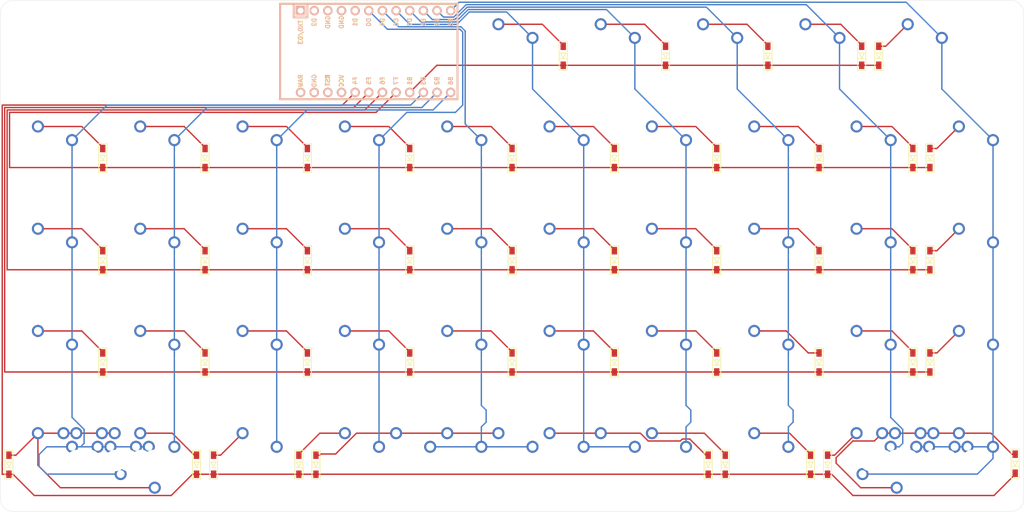
<source format=kicad_pcb>
(kicad_pcb (version 20171130) (host pcbnew "(5.1.4)-1")
  (layers (0 F.Cu signal) (31 B.Cu signal) (34 B.Paste user) (35 F.Paste user) (36 B.SilkS user) (37 F.SilkS user) (38 B.Mask user) (39 F.Mask user) (44 Edge.Cuts user))
  (net 0 "")
  (net 1 row1)
  (net 2 "Net-(D1-Pad2)")
  (net 3 "Net-(D2-Pad2)")
  (net 4 "Net-(D3-Pad2)")
  (net 5 "Net-(D4-Pad2)")
  (net 6 "Net-(D5-Pad2)")
  (net 7 "Net-(D6-Pad2)")
  (net 8 "Net-(D7-Pad2)")
  (net 9 "Net-(D8-Pad2)")
  (net 10 "Net-(D9-Pad2)")
  (net 11 "Net-(D10-Pad2)")
  (net 12 row2)
  (net 13 "Net-(D11-Pad2)")
  (net 14 "Net-(D12-Pad2)")
  (net 15 "Net-(D13-Pad2)")
  (net 16 "Net-(D14-Pad2)")
  (net 17 "Net-(D15-Pad2)")
  (net 18 "Net-(D16-Pad2)")
  (net 19 "Net-(D17-Pad2)")
  (net 20 "Net-(D18-Pad2)")
  (net 21 "Net-(D19-Pad2)")
  (net 22 "Net-(D20-Pad2)")
  (net 23 row3)
  (net 24 "Net-(D21-Pad2)")
  (net 25 "Net-(D22-Pad2)")
  (net 26 "Net-(D23-Pad2)")
  (net 27 "Net-(D24-Pad2)")
  (net 28 "Net-(D25-Pad2)")
  (net 29 "Net-(D26-Pad2)")
  (net 30 "Net-(D27-Pad2)")
  (net 31 "Net-(D28-Pad2)")
  (net 32 "Net-(D29-Pad2)")
  (net 33 "Net-(D30-Pad2)")
  (net 34 row4)
  (net 35 "Net-(D31-Pad2)")
  (net 36 "Net-(D32-Pad2)")
  (net 37 "Net-(D33-Pad2)")
  (net 38 "Net-(D34-Pad2)")
  (net 39 "Net-(D35-Pad2)")
  (net 40 "Net-(D36-Pad2)")
  (net 41 "Net-(D37-Pad2)")
  (net 42 "Net-(D38-Pad2)")
  (net 43 "Net-(D39-Pad2)")
  (net 44 "Net-(D40-Pad2)")
  (net 45 row0)
  (net 46 "Net-(D41-Pad2)")
  (net 47 "Net-(D42-Pad2)")
  (net 48 "Net-(D43-Pad2)")
  (net 49 "Net-(D44-Pad2)")
  (net 50 "Net-(D45-Pad2)")
  (net 51 col0)
  (net 52 col1)
  (net 53 col2)
  (net 54 col3)
  (net 55 col4)
  (net 56 col5)
  (net 57 col6)
  (net 58 col7)
  (net 59 col8)
  (net 60 col9)
  (net 61 "Net-(U1-Pad24)")
  (net 62 "Net-(U1-Pad23)")
  (net 63 "Net-(U1-Pad22)")
  (net 64 "Net-(U1-Pad21)")
  (net 65 "Net-(U1-Pad4)")
  (net 66 "Net-(U1-Pad3)")
  (net 67 "Net-(U1-Pad2)")
  (net 68 "Net-(U1-Pad1)")
  (net 69 "Net-(U1-Pad5)")
  (module soldermask:callmevroyasumi (layer F.Cu) (at 73.81875 38.1)
    (fp_text reference G*** hide)
    (fp_text value LOGO hide)
  )
  (module soldermask:callmevroyasumi (layer B.Cu) (at 73.81875 38.1 180)
    (fp_text reference G*** hide)
    (fp_text value LOGO hide)
  )
  (module MX_Only:MXOnly-1.5U-NoLED (layer B.Cu) (at 216.69375 114.3 180)
    (fp_text reference MX60)
    (fp_text value MX-NoLED)
    (pad 2 thru_hole circle (at 2.54 5.08 180) (size 2.25 2.25) (drill 1.47) (layers *.Cu F.Mask) (net 44 "Net-(D40-Pad2)"))
    (pad "" np_thru_hole circle (at 0 0 180) (size 3.9878 3.9878) (drill 3.9878) (layers *.Cu *.Mask))
    (pad 1 thru_hole circle (at -3.81 2.54 180) (size 2.25 2.25) (drill 1.47) (layers *.Cu F.Mask) (net 60 col9))
    (pad "" np_thru_hole circle (at -5.08 0 131.9004) (size 1.75 1.75) (drill 1.75) (layers *.Cu *.Mask))
    (pad "" np_thru_hole circle (at 5.08 0 131.9004) (size 1.75 1.75) (drill 1.75) (layers *.Cu *.Mask))
  )
  (module MX_Only:MXOnly-1.25U-NoLED (layer B.Cu) (at 211.93125 114.3)
    (fp_text reference MX58)
    (fp_text value MX-NoLED)
    (pad 2 thru_hole circle (at 2.54 5.08) (size 2.25 2.25) (drill 1.47) (layers *.Cu F.Mask) (net 44 "Net-(D40-Pad2)"))
    (pad "" np_thru_hole circle (at 0 0) (size 3.9878 3.9878) (drill 3.9878) (layers *.Cu *.Mask))
    (pad 1 thru_hole circle (at -3.81 2.54) (size 2.25 2.25) (drill 1.47) (layers *.Cu F.Mask) (net 60 col9))
    (pad "" np_thru_hole circle (at -5.08 0 311.9004) (size 1.75 1.75) (drill 1.75) (layers *.Cu *.Mask))
    (pad "" np_thru_hole circle (at 5.08 0 311.9004) (size 1.75 1.75) (drill 1.75) (layers *.Cu *.Mask))
  )
  (module MX_Only:MXOnly-1.25U-NoLED (layer B.Cu) (at 71.4375 114.3 180)
    (fp_text reference MX52)
    (fp_text value MX-NoLED)
    (pad "" np_thru_hole circle (at 5.08 0 131.9004) (size 1.75 1.75) (drill 1.75) (layers *.Cu *.Mask))
    (pad "" np_thru_hole circle (at -5.08 0 131.9004) (size 1.75 1.75) (drill 1.75) (layers *.Cu *.Mask))
    (pad 1 thru_hole circle (at -3.81 2.54 180) (size 2.25 2.25) (drill 1.47) (layers *.Cu F.Mask) (net 51 col0))
    (pad "" np_thru_hole circle (at 0 0 180) (size 3.9878 3.9878) (drill 3.9878) (layers *.Cu *.Mask))
    (pad 2 thru_hole circle (at 2.54 5.08 180) (size 2.25 2.25) (drill 1.47) (layers *.Cu F.Mask) (net 35 "Net-(D31-Pad2)"))
  )
  (module MX_Only:MXOnly-7U-ReversedStabilizers-NoSwitch (layer B.Cu) (at 142.875 114.3 180)
    (fp_text reference MX50)
    (fp_text value MX-NoLED)
    (pad "" np_thru_hole circle (at 57.15 8.255 180) (size 3.9878 3.9878) (drill 3.9878) (layers *.Cu *.Mask))
    (pad "" np_thru_hole circle (at -57.15 8.255 180) (size 3.9878 3.9878) (drill 3.9878) (layers *.Cu *.Mask))
    (pad "" np_thru_hole circle (at 57.15 -6.985 180) (size 3.048 3.048) (drill 3.048) (layers *.Cu *.Mask))
    (pad "" np_thru_hole circle (at -57.15 -6.985 180) (size 3.048 3.048) (drill 3.048) (layers *.Cu *.Mask))
  )
  (module MX_Only:MXOnly-6.25U-ReversedStabilizers-NoSwitch (layer B.Cu) (at 142.875 114.3 180)
    (fp_text reference MX49)
    (fp_text value MX-NoLED)
    (pad "" np_thru_hole circle (at -49.9999 -6.985 180) (size 3.048 3.048) (drill 3.048) (layers *.Cu *.Mask))
    (pad "" np_thru_hole circle (at 49.9999 -6.985 180) (size 3.048 3.048) (drill 3.048) (layers *.Cu *.Mask))
    (pad "" np_thru_hole circle (at -49.9999 8.255 180) (size 3.9878 3.9878) (drill 3.9878) (layers *.Cu *.Mask))
    (pad "" np_thru_hole circle (at 49.9999 8.255 180) (size 3.9878 3.9878) (drill 3.9878) (layers *.Cu *.Mask))
  )
  (module MX_Only:MXOnly-1.5U-NoLED (layer B.Cu) (at 223.8375 114.3 180)
    (fp_text reference MX61)
    (fp_text value MX-NoLED)
    (pad 2 thru_hole circle (at 2.54 5.08 180) (size 2.25 2.25) (drill 1.47) (layers *.Cu F.Mask) (net 44 "Net-(D40-Pad2)"))
    (pad "" np_thru_hole circle (at 0 0 180) (size 3.9878 3.9878) (drill 3.9878) (layers *.Cu *.Mask))
    (pad 1 thru_hole circle (at -3.81 2.54 180) (size 2.25 2.25) (drill 1.47) (layers *.Cu F.Mask) (net 60 col9))
    (pad "" np_thru_hole circle (at -5.08 0 131.9004) (size 1.75 1.75) (drill 1.75) (layers *.Cu *.Mask))
    (pad "" np_thru_hole circle (at 5.08 0 131.9004) (size 1.75 1.75) (drill 1.75) (layers *.Cu *.Mask))
  )
  (module MX_Only:MXOnly-1.25U-NoLED (layer B.Cu) (at 221.45625 114.3 180)
    (fp_text reference MX59)
    (fp_text value MX-NoLED)
    (pad 2 thru_hole circle (at 2.54 5.08 180) (size 2.25 2.25) (drill 1.47) (layers *.Cu F.Mask) (net 44 "Net-(D40-Pad2)"))
    (pad "" np_thru_hole circle (at 0 0 180) (size 3.9878 3.9878) (drill 3.9878) (layers *.Cu *.Mask))
    (pad 1 thru_hole circle (at -3.81 2.54 180) (size 2.25 2.25) (drill 1.47) (layers *.Cu F.Mask) (net 60 col9))
    (pad "" np_thru_hole circle (at -5.08 0 131.9004) (size 1.75 1.75) (drill 1.75) (layers *.Cu *.Mask))
    (pad "" np_thru_hole circle (at 5.08 0 131.9004) (size 1.75 1.75) (drill 1.75) (layers *.Cu *.Mask))
  )
  (module MX_Only:MXOnly-1.25U-NoLED (layer B.Cu) (at 214.3125 114.3 180)
    (fp_text reference MX57)
    (fp_text value MX-NoLED)
    (pad "" np_thru_hole circle (at 5.08 0 131.9004) (size 1.75 1.75) (drill 1.75) (layers *.Cu *.Mask))
    (pad "" np_thru_hole circle (at -5.08 0 131.9004) (size 1.75 1.75) (drill 1.75) (layers *.Cu *.Mask))
    (pad 1 thru_hole circle (at -3.81 2.54 180) (size 2.25 2.25) (drill 1.47) (layers *.Cu F.Mask) (net 60 col9))
    (pad "" np_thru_hole circle (at 0 0 180) (size 3.9878 3.9878) (drill 3.9878) (layers *.Cu *.Mask))
    (pad 2 thru_hole circle (at 2.54 5.08 180) (size 2.25 2.25) (drill 1.47) (layers *.Cu F.Mask) (net 44 "Net-(D40-Pad2)"))
  )
  (module MX_Only:MXOnly-1.5U-NoLED (layer B.Cu) (at 61.9125 114.3 180)
    (fp_text reference MX55)
    (fp_text value MX-NoLED)
    (pad "" np_thru_hole circle (at 5.08 0 131.9004) (size 1.75 1.75) (drill 1.75) (layers *.Cu *.Mask))
    (pad "" np_thru_hole circle (at -5.08 0 131.9004) (size 1.75 1.75) (drill 1.75) (layers *.Cu *.Mask))
    (pad 1 thru_hole circle (at -3.81 2.54 180) (size 2.25 2.25) (drill 1.47) (layers *.Cu F.Mask) (net 51 col0))
    (pad "" np_thru_hole circle (at 0 0 180) (size 3.9878 3.9878) (drill 3.9878) (layers *.Cu *.Mask))
    (pad 2 thru_hole circle (at 2.54 5.08 180) (size 2.25 2.25) (drill 1.47) (layers *.Cu F.Mask) (net 35 "Net-(D31-Pad2)"))
  )
  (module MX_Only:MXOnly-1.5U-NoLED (layer B.Cu) (at 69.05625 114.3 180)
    (fp_text reference MX54)
    (fp_text value MX-NoLED)
    (pad 2 thru_hole circle (at 2.54 5.08 180) (size 2.25 2.25) (drill 1.47) (layers *.Cu F.Mask) (net 35 "Net-(D31-Pad2)"))
    (pad "" np_thru_hole circle (at 0 0 180) (size 3.9878 3.9878) (drill 3.9878) (layers *.Cu *.Mask))
    (pad 1 thru_hole circle (at -3.81 2.54 180) (size 2.25 2.25) (drill 1.47) (layers *.Cu F.Mask) (net 51 col0))
    (pad "" np_thru_hole circle (at -5.08 0 131.9004) (size 1.75 1.75) (drill 1.75) (layers *.Cu *.Mask))
    (pad "" np_thru_hole circle (at 5.08 0 131.9004) (size 1.75 1.75) (drill 1.75) (layers *.Cu *.Mask))
  )
  (module MX_Only:MXOnly-1.25U-NoLED (layer B.Cu) (at 64.29375 114.3 180)
    (fp_text reference MX53)
    (fp_text value MX-NoLED)
    (pad "" np_thru_hole circle (at 5.08 0 131.9004) (size 1.75 1.75) (drill 1.75) (layers *.Cu *.Mask))
    (pad "" np_thru_hole circle (at -5.08 0 131.9004) (size 1.75 1.75) (drill 1.75) (layers *.Cu *.Mask))
    (pad 1 thru_hole circle (at -3.81 2.54 180) (size 2.25 2.25) (drill 1.47) (layers *.Cu F.Mask) (net 51 col0))
    (pad "" np_thru_hole circle (at 0 0 180) (size 3.9878 3.9878) (drill 3.9878) (layers *.Cu *.Mask))
    (pad 2 thru_hole circle (at 2.54 5.08 180) (size 2.25 2.25) (drill 1.47) (layers *.Cu F.Mask) (net 35 "Net-(D31-Pad2)"))
  )
  (module MX_Only:MXOnly-1.25U-NoLED (layer B.Cu) (at 73.81875 114.3)
    (fp_text reference MX51)
    (fp_text value MX-NoLED)
    (pad "" np_thru_hole circle (at 5.08 0 311.9004) (size 1.75 1.75) (drill 1.75) (layers *.Cu *.Mask))
    (pad "" np_thru_hole circle (at -5.08 0 311.9004) (size 1.75 1.75) (drill 1.75) (layers *.Cu *.Mask))
    (pad 1 thru_hole circle (at -3.81 2.54) (size 2.25 2.25) (drill 1.47) (layers *.Cu F.Mask) (net 51 col0))
    (pad "" np_thru_hole circle (at 0 0) (size 3.9878 3.9878) (drill 3.9878) (layers *.Cu *.Mask))
    (pad 2 thru_hole circle (at 2.54 5.08) (size 2.25 2.25) (drill 1.47) (layers *.Cu F.Mask) (net 35 "Net-(D31-Pad2)"))
  )
  (module MX_Only:MXOnly-1U-NoLED (layer B.Cu) (at 228.6 95.25 180)
    (fp_text reference MX30)
    (fp_text value MX-NoLED)
    (pad "" np_thru_hole circle (at 5.08 0 131.9004) (size 1.75 1.75) (drill 1.75) (layers *.Cu *.Mask))
    (pad "" np_thru_hole circle (at -5.08 0 131.9004) (size 1.75 1.75) (drill 1.75) (layers *.Cu *.Mask))
    (pad 1 thru_hole circle (at -3.81 2.54 180) (size 2.25 2.25) (drill 1.47) (layers *.Cu F.Mask) (net 60 col9))
    (pad "" np_thru_hole circle (at 0 0 180) (size 3.9878 3.9878) (drill 3.9878) (layers *.Cu *.Mask))
    (pad 2 thru_hole circle (at 2.54 5.08 180) (size 2.25 2.25) (drill 1.47) (layers *.Cu F.Mask) (net 33 "Net-(D30-Pad2)"))
  )
  (module MX_Only:MXOnly-1U-NoLED (layer B.Cu) (at 228.6 57.15 180)
    (fp_text reference MX10)
    (fp_text value MX-NoLED)
    (pad "" np_thru_hole circle (at 5.08 0 131.9004) (size 1.75 1.75) (drill 1.75) (layers *.Cu *.Mask))
    (pad "" np_thru_hole circle (at -5.08 0 131.9004) (size 1.75 1.75) (drill 1.75) (layers *.Cu *.Mask))
    (pad 1 thru_hole circle (at -3.81 2.54 180) (size 2.25 2.25) (drill 1.47) (layers *.Cu F.Mask) (net 60 col9))
    (pad "" np_thru_hole circle (at 0 0 180) (size 3.9878 3.9878) (drill 3.9878) (layers *.Cu *.Mask))
    (pad 2 thru_hole circle (at 2.54 5.08 180) (size 2.25 2.25) (drill 1.47) (layers *.Cu F.Mask) (net 11 "Net-(D10-Pad2)"))
  )
  (module MX_Only:MXOnly-1U-NoLED (layer B.Cu) (at 95.25 114.3 180)
    (fp_text reference MX33)
    (fp_text value MX-NoLED)
    (pad "" np_thru_hole circle (at 5.08 0 131.9004) (size 1.75 1.75) (drill 1.75) (layers *.Cu *.Mask))
    (pad "" np_thru_hole circle (at -5.08 0 131.9004) (size 1.75 1.75) (drill 1.75) (layers *.Cu *.Mask))
    (pad 1 thru_hole circle (at -3.81 2.54 180) (size 2.25 2.25) (drill 1.47) (layers *.Cu F.Mask) (net 53 col2))
    (pad "" np_thru_hole circle (at 0 0 180) (size 3.9878 3.9878) (drill 3.9878) (layers *.Cu *.Mask))
    (pad 2 thru_hole circle (at 2.54 5.08 180) (size 2.25 2.25) (drill 1.47) (layers *.Cu F.Mask) (net 37 "Net-(D33-Pad2)"))
  )
  (module MX_Only:MXOnly-1U-NoLED (layer B.Cu) (at 171.45 114.3 180)
    (fp_text reference MX37)
    (fp_text value MX-NoLED)
    (pad "" np_thru_hole circle (at 5.08 0 131.9004) (size 1.75 1.75) (drill 1.75) (layers *.Cu *.Mask))
    (pad "" np_thru_hole circle (at -5.08 0 131.9004) (size 1.75 1.75) (drill 1.75) (layers *.Cu *.Mask))
    (pad 1 thru_hole circle (at -3.81 2.54 180) (size 2.25 2.25) (drill 1.47) (layers *.Cu F.Mask) (net 57 col6))
    (pad "" np_thru_hole circle (at 0 0 180) (size 3.9878 3.9878) (drill 3.9878) (layers *.Cu *.Mask))
    (pad 2 thru_hole circle (at 2.54 5.08 180) (size 2.25 2.25) (drill 1.47) (layers *.Cu F.Mask) (net 41 "Net-(D37-Pad2)"))
  )
  (module MX_Only:MXOnly-1U-NoLED (layer B.Cu) (at 142.875 38.1 180)
    (fp_text reference MX41)
    (fp_text value MX-NoLED)
    (pad "" np_thru_hole circle (at 5.08 0 131.9004) (size 1.75 1.75) (drill 1.75) (layers *.Cu *.Mask))
    (pad "" np_thru_hole circle (at -5.08 0 131.9004) (size 1.75 1.75) (drill 1.75) (layers *.Cu *.Mask))
    (pad 1 thru_hole circle (at -3.81 2.54 180) (size 2.25 2.25) (drill 1.47) (layers *.Cu F.Mask) (net 56 col5))
    (pad "" np_thru_hole circle (at 0 0 180) (size 3.9878 3.9878) (drill 3.9878) (layers *.Cu *.Mask))
    (pad 2 thru_hole circle (at 2.54 5.08 180) (size 2.25 2.25) (drill 1.47) (layers *.Cu F.Mask) (net 46 "Net-(D41-Pad2)"))
  )
  (module kbd:D3_SMD_v2 (layer F.Cu) (at 211.1375 38.89375 90)
    (fp_text reference D45 hide)
    (fp_text value D_Small hide)
    (pad 2 smd rect (at 1.775 0 90) (size 1.4 1) (layers F.Cu F.Paste F.Mask) (net 50 "Net-(D45-Pad2)"))
    (pad 1 smd rect (at -1.775 0 90) (size 1.4 1) (layers F.Cu F.Paste F.Mask) (net 45 row0))
  )
  (module kbd:D3_SMD_v2 (layer F.Cu) (at 207.9625 38.89375 90)
    (fp_text reference D44 hide)
    (fp_text value D_Small hide)
    (pad 2 smd rect (at 1.775 0 90) (size 1.4 1) (layers F.Cu F.Paste F.Mask) (net 49 "Net-(D44-Pad2)"))
    (pad 1 smd rect (at -1.775 0 90) (size 1.4 1) (layers F.Cu F.Paste F.Mask) (net 45 row0))
  )
  (module kbd:D3_SMD_v2 (layer F.Cu) (at 190.5 38.89375 90)
    (fp_text reference D43 hide)
    (fp_text value D_Small hide)
    (pad 2 smd rect (at 1.775 0 90) (size 1.4 1) (layers F.Cu F.Paste F.Mask) (net 48 "Net-(D43-Pad2)"))
    (pad 1 smd rect (at -1.775 0 90) (size 1.4 1) (layers F.Cu F.Paste F.Mask) (net 45 row0))
  )
  (module kbd:D3_SMD_v2 (layer F.Cu) (at 171.45 38.89375 90)
    (fp_text reference D42 hide)
    (fp_text value D_Small hide)
    (pad 1 smd rect (at -1.775 0 90) (size 1.4 1) (layers F.Cu F.Paste F.Mask) (net 45 row0))
    (pad 2 smd rect (at 1.775 0 90) (size 1.4 1) (layers F.Cu F.Paste F.Mask) (net 47 "Net-(D42-Pad2)"))
  )
  (module kbd:D3_SMD_v2 (layer F.Cu) (at 152.4 38.89375 90)
    (fp_text reference D41 hide)
    (fp_text value D_Small hide)
    (pad 2 smd rect (at 1.775 0 90) (size 1.4 1) (layers F.Cu F.Paste F.Mask) (net 46 "Net-(D41-Pad2)"))
    (pad 1 smd rect (at -1.775 0 90) (size 1.4 1) (layers F.Cu F.Paste F.Mask) (net 45 row0))
  )
  (module kbd:D3_SMD_v2 (layer F.Cu) (at 236.5375 114.90625 90)
    (fp_text reference D40 hide)
    (fp_text value D_Small hide)
    (pad 2 smd rect (at 1.775 0 90) (size 1.4 1) (layers F.Cu F.Paste F.Mask) (net 44 "Net-(D40-Pad2)"))
    (pad 1 smd rect (at -1.775 0 90) (size 1.4 1) (layers F.Cu F.Paste F.Mask) (net 34 row4))
  )
  (module kbd:D3_SMD_v2 (layer F.Cu) (at 201.6125 115.09375 90)
    (fp_text reference D39 hide)
    (fp_text value D_Small hide)
    (pad 1 smd rect (at -1.775 0 90) (size 1.4 1) (layers F.Cu F.Paste F.Mask) (net 34 row4))
    (pad 2 smd rect (at 1.775 0 90) (size 1.4 1) (layers F.Cu F.Paste F.Mask) (net 43 "Net-(D39-Pad2)"))
  )
  (module kbd:D3_SMD_v2 (layer F.Cu) (at 198.4375 115.09375 90)
    (fp_text reference D38 hide)
    (fp_text value D_Small hide)
    (pad 2 smd rect (at 1.775 0 90) (size 1.4 1) (layers F.Cu F.Paste F.Mask) (net 42 "Net-(D38-Pad2)"))
    (pad 1 smd rect (at -1.775 0 90) (size 1.4 1) (layers F.Cu F.Paste F.Mask) (net 34 row4))
  )
  (module kbd:D3_SMD_v2 (layer F.Cu) (at 182.5625 115.09375 90)
    (fp_text reference D37 hide)
    (fp_text value D_Small hide)
    (pad 2 smd rect (at 1.775 0 90) (size 1.4 1) (layers F.Cu F.Paste F.Mask) (net 41 "Net-(D37-Pad2)"))
    (pad 1 smd rect (at -1.775 0 90) (size 1.4 1) (layers F.Cu F.Paste F.Mask) (net 34 row4))
  )
  (module kbd:D3_SMD_v2 (layer F.Cu) (at 179.3875 115.09375 90)
    (fp_text reference D36 hide)
    (fp_text value D_Small hide)
    (pad 2 smd rect (at 1.775 0 90) (size 1.4 1) (layers F.Cu F.Paste F.Mask) (net 40 "Net-(D36-Pad2)"))
    (pad 1 smd rect (at -1.775 0 90) (size 1.4 1) (layers F.Cu F.Paste F.Mask) (net 34 row4))
  )
  (module kbd:D3_SMD_v2 (layer F.Cu) (at 106.3625 115.09375 90)
    (fp_text reference D35 hide)
    (fp_text value D_Small hide)
    (pad 2 smd rect (at 1.775 0 90) (size 1.4 1) (layers F.Cu F.Paste F.Mask) (net 39 "Net-(D35-Pad2)"))
    (pad 1 smd rect (at -1.775 0 90) (size 1.4 1) (layers F.Cu F.Paste F.Mask) (net 34 row4))
  )
  (module kbd:D3_SMD_v2 (layer F.Cu) (at 103.1875 115.09375 90)
    (fp_text reference D34 hide)
    (fp_text value D_Small hide)
    (pad 2 smd rect (at 1.775 0 90) (size 1.4 1) (layers F.Cu F.Paste F.Mask) (net 38 "Net-(D34-Pad2)"))
    (pad 1 smd rect (at -1.775 0 90) (size 1.4 1) (layers F.Cu F.Paste F.Mask) (net 34 row4))
  )
  (module kbd:D3_SMD_v2 (layer F.Cu) (at 87.3125 115.09375 90)
    (fp_text reference D33 hide)
    (fp_text value D_Small hide)
    (pad 2 smd rect (at 1.775 0 90) (size 1.4 1) (layers F.Cu F.Paste F.Mask) (net 37 "Net-(D33-Pad2)"))
    (pad 1 smd rect (at -1.775 0 90) (size 1.4 1) (layers F.Cu F.Paste F.Mask) (net 34 row4))
  )
  (module kbd:D3_SMD_v2 (layer F.Cu) (at 84.1375 115.09375 90)
    (fp_text reference D32 hide)
    (fp_text value D_Small hide)
    (pad 1 smd rect (at -1.775 0 90) (size 1.4 1) (layers F.Cu F.Paste F.Mask) (net 34 row4))
    (pad 2 smd rect (at 1.775 0 90) (size 1.4 1) (layers F.Cu F.Paste F.Mask) (net 36 "Net-(D32-Pad2)"))
  )
  (module kbd:D3_SMD_v2 (layer F.Cu) (at 49.2125 115.09375 90)
    (fp_text reference D31 hide)
    (fp_text value D_Small hide)
    (pad 2 smd rect (at 1.775 0 90) (size 1.4 1) (layers F.Cu F.Paste F.Mask) (net 35 "Net-(D31-Pad2)"))
    (pad 1 smd rect (at -1.775 0 90) (size 1.4 1) (layers F.Cu F.Paste F.Mask) (net 34 row4))
  )
  (module kbd:D3_SMD_v2 (layer F.Cu) (at 220.6625 96.04375 90)
    (fp_text reference D30 hide)
    (fp_text value D_Small hide)
    (pad 2 smd rect (at 1.775 0 90) (size 1.4 1) (layers F.Cu F.Paste F.Mask) (net 33 "Net-(D30-Pad2)"))
    (pad 1 smd rect (at -1.775 0 90) (size 1.4 1) (layers F.Cu F.Paste F.Mask) (net 23 row3))
  )
  (module kbd:D3_SMD_v2 (layer F.Cu) (at 217.4875 96.04375 90)
    (fp_text reference D29 hide)
    (fp_text value D_Small hide)
    (pad 2 smd rect (at 1.775 0 90) (size 1.4 1) (layers F.Cu F.Paste F.Mask) (net 32 "Net-(D29-Pad2)"))
    (pad 1 smd rect (at -1.775 0 90) (size 1.4 1) (layers F.Cu F.Paste F.Mask) (net 23 row3))
  )
  (module kbd:D3_SMD_v2 (layer F.Cu) (at 200.025 96.04375 90)
    (fp_text reference D28 hide)
    (fp_text value D_Small hide)
    (pad 2 smd rect (at 1.775 0 90) (size 1.4 1) (layers F.Cu F.Paste F.Mask) (net 31 "Net-(D28-Pad2)"))
    (pad 1 smd rect (at -1.775 0 90) (size 1.4 1) (layers F.Cu F.Paste F.Mask) (net 23 row3))
  )
  (module kbd:D3_SMD_v2 (layer F.Cu) (at 180.975 96.04375 90)
    (fp_text reference D27 hide)
    (fp_text value D_Small hide)
    (pad 2 smd rect (at 1.775 0 90) (size 1.4 1) (layers F.Cu F.Paste F.Mask) (net 30 "Net-(D27-Pad2)"))
    (pad 1 smd rect (at -1.775 0 90) (size 1.4 1) (layers F.Cu F.Paste F.Mask) (net 23 row3))
  )
  (module kbd:D3_SMD_v2 (layer F.Cu) (at 161.925 96.04375 90)
    (fp_text reference D26 hide)
    (fp_text value D_Small hide)
    (pad 2 smd rect (at 1.775 0 90) (size 1.4 1) (layers F.Cu F.Paste F.Mask) (net 29 "Net-(D26-Pad2)"))
    (pad 1 smd rect (at -1.775 0 90) (size 1.4 1) (layers F.Cu F.Paste F.Mask) (net 23 row3))
  )
  (module kbd:D3_SMD_v2 (layer F.Cu) (at 142.875 96.04375 90)
    (fp_text reference D25 hide)
    (fp_text value D_Small hide)
    (pad 2 smd rect (at 1.775 0 90) (size 1.4 1) (layers F.Cu F.Paste F.Mask) (net 28 "Net-(D25-Pad2)"))
    (pad 1 smd rect (at -1.775 0 90) (size 1.4 1) (layers F.Cu F.Paste F.Mask) (net 23 row3))
  )
  (module kbd:D3_SMD_v2 (layer F.Cu) (at 123.825 96.04375 90)
    (fp_text reference D24 hide)
    (fp_text value D_Small hide)
    (pad 2 smd rect (at 1.775 0 90) (size 1.4 1) (layers F.Cu F.Paste F.Mask) (net 27 "Net-(D24-Pad2)"))
    (pad 1 smd rect (at -1.775 0 90) (size 1.4 1) (layers F.Cu F.Paste F.Mask) (net 23 row3))
  )
  (module kbd:D3_SMD_v2 (layer F.Cu) (at 104.775 96.04375 90)
    (fp_text reference D23 hide)
    (fp_text value D_Small hide)
    (pad 2 smd rect (at 1.775 0 90) (size 1.4 1) (layers F.Cu F.Paste F.Mask) (net 26 "Net-(D23-Pad2)"))
    (pad 1 smd rect (at -1.775 0 90) (size 1.4 1) (layers F.Cu F.Paste F.Mask) (net 23 row3))
  )
  (module kbd:D3_SMD_v2 (layer F.Cu) (at 85.725 96.04375 90)
    (fp_text reference D22 hide)
    (fp_text value D_Small hide)
    (pad 2 smd rect (at 1.775 0 90) (size 1.4 1) (layers F.Cu F.Paste F.Mask) (net 25 "Net-(D22-Pad2)"))
    (pad 1 smd rect (at -1.775 0 90) (size 1.4 1) (layers F.Cu F.Paste F.Mask) (net 23 row3))
  )
  (module kbd:D3_SMD_v2 (layer F.Cu) (at 66.675 96.04375 90)
    (fp_text reference D21 hide)
    (fp_text value D_Small hide)
    (pad 2 smd rect (at 1.775 0 90) (size 1.4 1) (layers F.Cu F.Paste F.Mask) (net 24 "Net-(D21-Pad2)"))
    (pad 1 smd rect (at -1.775 0 90) (size 1.4 1) (layers F.Cu F.Paste F.Mask) (net 23 row3))
  )
  (module kbd:D3_SMD_v2 (layer F.Cu) (at 220.6625 76.99375 90)
    (fp_text reference D20 hide)
    (fp_text value D_Small hide)
    (pad 2 smd rect (at 1.775 0 90) (size 1.4 1) (layers F.Cu F.Paste F.Mask) (net 22 "Net-(D20-Pad2)"))
    (pad 1 smd rect (at -1.775 0 90) (size 1.4 1) (layers F.Cu F.Paste F.Mask) (net 12 row2))
  )
  (module kbd:D3_SMD_v2 (layer F.Cu) (at 217.4875 76.99375 90)
    (fp_text reference D19 hide)
    (fp_text value D_Small hide)
    (pad 2 smd rect (at 1.775 0 90) (size 1.4 1) (layers F.Cu F.Paste F.Mask) (net 21 "Net-(D19-Pad2)"))
    (pad 1 smd rect (at -1.775 0 90) (size 1.4 1) (layers F.Cu F.Paste F.Mask) (net 12 row2))
  )
  (module kbd:D3_SMD_v2 (layer F.Cu) (at 200.025 76.99375 90)
    (fp_text reference D18 hide)
    (fp_text value D_Small hide)
    (pad 2 smd rect (at 1.775 0 90) (size 1.4 1) (layers F.Cu F.Paste F.Mask) (net 20 "Net-(D18-Pad2)"))
    (pad 1 smd rect (at -1.775 0 90) (size 1.4 1) (layers F.Cu F.Paste F.Mask) (net 12 row2))
  )
  (module kbd:D3_SMD_v2 (layer F.Cu) (at 180.975 76.99375 90)
    (fp_text reference D17 hide)
    (fp_text value D_Small hide)
    (pad 2 smd rect (at 1.775 0 90) (size 1.4 1) (layers F.Cu F.Paste F.Mask) (net 19 "Net-(D17-Pad2)"))
    (pad 1 smd rect (at -1.775 0 90) (size 1.4 1) (layers F.Cu F.Paste F.Mask) (net 12 row2))
  )
  (module kbd:D3_SMD_v2 (layer F.Cu) (at 161.925 76.99375 90)
    (fp_text reference D16 hide)
    (fp_text value D_Small hide)
    (pad 2 smd rect (at 1.775 0 90) (size 1.4 1) (layers F.Cu F.Paste F.Mask) (net 18 "Net-(D16-Pad2)"))
    (pad 1 smd rect (at -1.775 0 90) (size 1.4 1) (layers F.Cu F.Paste F.Mask) (net 12 row2))
  )
  (module kbd:D3_SMD_v2 (layer F.Cu) (at 142.875 76.99375 90)
    (fp_text reference D15 hide)
    (fp_text value D_Small hide)
    (pad 2 smd rect (at 1.775 0 90) (size 1.4 1) (layers F.Cu F.Paste F.Mask) (net 17 "Net-(D15-Pad2)"))
    (pad 1 smd rect (at -1.775 0 90) (size 1.4 1) (layers F.Cu F.Paste F.Mask) (net 12 row2))
  )
  (module kbd:D3_SMD_v2 (layer F.Cu) (at 123.825 76.99375 90)
    (fp_text reference D14 hide)
    (fp_text value D_Small hide)
    (pad 2 smd rect (at 1.775 0 90) (size 1.4 1) (layers F.Cu F.Paste F.Mask) (net 16 "Net-(D14-Pad2)"))
    (pad 1 smd rect (at -1.775 0 90) (size 1.4 1) (layers F.Cu F.Paste F.Mask) (net 12 row2))
  )
  (module kbd:D3_SMD_v2 (layer F.Cu) (at 104.775 76.99375 90)
    (fp_text reference D13 hide)
    (fp_text value D_Small hide)
    (pad 2 smd rect (at 1.775 0 90) (size 1.4 1) (layers F.Cu F.Paste F.Mask) (net 15 "Net-(D13-Pad2)"))
    (pad 1 smd rect (at -1.775 0 90) (size 1.4 1) (layers F.Cu F.Paste F.Mask) (net 12 row2))
  )
  (module kbd:D3_SMD_v2 (layer F.Cu) (at 85.725 76.99375 90)
    (fp_text reference D12 hide)
    (fp_text value D_Small hide)
    (pad 2 smd rect (at 1.775 0 90) (size 1.4 1) (layers F.Cu F.Paste F.Mask) (net 14 "Net-(D12-Pad2)"))
    (pad 1 smd rect (at -1.775 0 90) (size 1.4 1) (layers F.Cu F.Paste F.Mask) (net 12 row2))
  )
  (module kbd:D3_SMD_v2 (layer F.Cu) (at 66.675 76.99375 90)
    (fp_text reference D11 hide)
    (fp_text value D_Small hide)
    (pad 2 smd rect (at 1.775 0 90) (size 1.4 1) (layers F.Cu F.Paste F.Mask) (net 13 "Net-(D11-Pad2)"))
    (pad 1 smd rect (at -1.775 0 90) (size 1.4 1) (layers F.Cu F.Paste F.Mask) (net 12 row2))
  )
  (module kbd:D3_SMD_v2 (layer F.Cu) (at 220.6625 57.94375 90)
    (fp_text reference D10 hide)
    (fp_text value D_Small hide)
    (pad 2 smd rect (at 1.775 0 90) (size 1.4 1) (layers F.Cu F.Paste F.Mask) (net 11 "Net-(D10-Pad2)"))
    (pad 1 smd rect (at -1.775 0 90) (size 1.4 1) (layers F.Cu F.Paste F.Mask) (net 1 row1))
  )
  (module kbd:D3_SMD_v2 (layer F.Cu) (at 217.4875 57.94375 90)
    (fp_text reference D9 hide)
    (fp_text value D_Small hide)
    (pad 2 smd rect (at 1.775 0 90) (size 1.4 1) (layers F.Cu F.Paste F.Mask) (net 10 "Net-(D9-Pad2)"))
    (pad 1 smd rect (at -1.775 0 90) (size 1.4 1) (layers F.Cu F.Paste F.Mask) (net 1 row1))
  )
  (module kbd:D3_SMD_v2 (layer F.Cu) (at 200.025 57.94375 90)
    (fp_text reference D8 hide)
    (fp_text value D_Small hide)
    (pad 2 smd rect (at 1.775 0 90) (size 1.4 1) (layers F.Cu F.Paste F.Mask) (net 9 "Net-(D8-Pad2)"))
    (pad 1 smd rect (at -1.775 0 90) (size 1.4 1) (layers F.Cu F.Paste F.Mask) (net 1 row1))
  )
  (module kbd:D3_SMD_v2 (layer F.Cu) (at 180.975 57.94375 90)
    (fp_text reference D7 hide)
    (fp_text value D_Small hide)
    (pad 2 smd rect (at 1.775 0 90) (size 1.4 1) (layers F.Cu F.Paste F.Mask) (net 8 "Net-(D7-Pad2)"))
    (pad 1 smd rect (at -1.775 0 90) (size 1.4 1) (layers F.Cu F.Paste F.Mask) (net 1 row1))
  )
  (module kbd:D3_SMD_v2 (layer F.Cu) (at 161.925 57.94375 90)
    (fp_text reference D6 hide)
    (fp_text value D_Small hide)
    (pad 2 smd rect (at 1.775 0 90) (size 1.4 1) (layers F.Cu F.Paste F.Mask) (net 7 "Net-(D6-Pad2)"))
    (pad 1 smd rect (at -1.775 0 90) (size 1.4 1) (layers F.Cu F.Paste F.Mask) (net 1 row1))
  )
  (module kbd:D3_SMD_v2 (layer F.Cu) (at 142.875 57.94375 90)
    (fp_text reference D5 hide)
    (fp_text value D_Small hide)
    (pad 2 smd rect (at 1.775 0 90) (size 1.4 1) (layers F.Cu F.Paste F.Mask) (net 6 "Net-(D5-Pad2)"))
    (pad 1 smd rect (at -1.775 0 90) (size 1.4 1) (layers F.Cu F.Paste F.Mask) (net 1 row1))
  )
  (module kbd:D3_SMD_v2 (layer F.Cu) (at 123.825 57.94375 90)
    (fp_text reference D4 hide)
    (fp_text value D_Small hide)
    (pad 1 smd rect (at -1.775 0 90) (size 1.4 1) (layers F.Cu F.Paste F.Mask) (net 1 row1))
    (pad 2 smd rect (at 1.775 0 90) (size 1.4 1) (layers F.Cu F.Paste F.Mask) (net 5 "Net-(D4-Pad2)"))
  )
  (module kbd:D3_SMD_v2 (layer F.Cu) (at 104.775 57.94375 90)
    (fp_text reference D3 hide)
    (fp_text value D_Small hide)
    (pad 2 smd rect (at 1.775 0 90) (size 1.4 1) (layers F.Cu F.Paste F.Mask) (net 4 "Net-(D3-Pad2)"))
    (pad 1 smd rect (at -1.775 0 90) (size 1.4 1) (layers F.Cu F.Paste F.Mask) (net 1 row1))
  )
  (module kbd:D3_SMD_v2 (layer F.Cu) (at 85.725 57.94375 90)
    (fp_text reference D2 hide)
    (fp_text value D_Small hide)
    (pad 2 smd rect (at 1.775 0 90) (size 1.4 1) (layers F.Cu F.Paste F.Mask) (net 3 "Net-(D2-Pad2)"))
    (pad 1 smd rect (at -1.775 0 90) (size 1.4 1) (layers F.Cu F.Paste F.Mask) (net 1 row1))
  )
  (module kbd:D3_SMD_v2 (layer F.Cu) (at 66.675 57.94375 90)
    (fp_text reference D1 hide)
    (fp_text value D_Small hide)
    (pad 1 smd rect (at -1.775 0 90) (size 1.4 1) (layers F.Cu F.Paste F.Mask) (net 1 row1))
    (pad 2 smd rect (at 1.775 0 90) (size 1.4 1) (layers F.Cu F.Paste F.Mask) (net 2 "Net-(D1-Pad2)"))
  )
  (module MX_Only:MXOnly-1U-NoLED (layer B.Cu) (at 200.025 38.1 180)
    (fp_text reference MX44)
    (fp_text value MX-NoLED)
    (pad "" np_thru_hole circle (at 5.08 0 131.9004) (size 1.75 1.75) (drill 1.75) (layers *.Cu *.Mask))
    (pad "" np_thru_hole circle (at -5.08 0 131.9004) (size 1.75 1.75) (drill 1.75) (layers *.Cu *.Mask))
    (pad 1 thru_hole circle (at -3.81 2.54 180) (size 2.25 2.25) (drill 1.47) (layers *.Cu F.Mask) (net 59 col8))
    (pad "" np_thru_hole circle (at 0 0 180) (size 3.9878 3.9878) (drill 3.9878) (layers *.Cu *.Mask))
    (pad 2 thru_hole circle (at 2.54 5.08 180) (size 2.25 2.25) (drill 1.47) (layers *.Cu F.Mask) (net 49 "Net-(D44-Pad2)"))
  )
  (module MX_Only:MXOnly-1U-NoLED (layer B.Cu) (at 219.075 38.1 180)
    (fp_text reference MX45)
    (fp_text value MX-NoLED)
    (pad "" np_thru_hole circle (at 5.08 0 131.9004) (size 1.75 1.75) (drill 1.75) (layers *.Cu *.Mask))
    (pad "" np_thru_hole circle (at -5.08 0 131.9004) (size 1.75 1.75) (drill 1.75) (layers *.Cu *.Mask))
    (pad 1 thru_hole circle (at -3.81 2.54 180) (size 2.25 2.25) (drill 1.47) (layers *.Cu F.Mask) (net 60 col9))
    (pad "" np_thru_hole circle (at 0 0 180) (size 3.9878 3.9878) (drill 3.9878) (layers *.Cu *.Mask))
    (pad 2 thru_hole circle (at 2.54 5.08 180) (size 2.25 2.25) (drill 1.47) (layers *.Cu F.Mask) (net 50 "Net-(D45-Pad2)"))
  )
  (module Keebio-Parts:ArduinoProMicro (layer B.Cu) (at 117.475 38.1)
    (fp_text reference U1 hide)
    (fp_text value ProMicro hide)
    (fp_text user D2 (at -11.43 -5.461 270) (layer F.SilkS) (effects (font (size 0.8 0.8))))
    (fp_text user D0 (at -1.27 -5.461 270) (layer F.SilkS) (effects (font (size 0.8 0.8))))
    (fp_text user D1 (at -3.81 -5.461 270) (layer F.SilkS) (effects (font (size 0.8 0.8))))
    (fp_text user GND (at -6.35 -5.461 270) (layer F.SilkS) (effects (font (size 0.8 0.8))))
    (fp_text user GND (at -8.89 -5.461 270) (layer F.SilkS) (effects (font (size 0.8 0.8))))
    (fp_text user D4 (at 1.27 -5.461 270) (layer F.SilkS) (effects (font (size 0.8 0.8))))
    (fp_text user C6 (at 3.81 -5.461 270) (layer F.SilkS) (effects (font (size 0.8 0.8))))
    (fp_text user D7 (at 6.35 -5.461 270) (layer F.SilkS) (effects (font (size 0.8 0.8))))
    (fp_text user E6 (at 8.89 -5.461 270) (layer F.SilkS) (effects (font (size 0.8 0.8))))
    (fp_text user B4 (at 11.43 -5.461 270) (layer F.SilkS) (effects (font (size 0.8 0.8))))
    (fp_text user B5 (at 13.97 -5.461 270) (layer F.SilkS) (effects (font (size 0.8 0.8))))
    (fp_text user B6 (at 13.97 5.461 270) (layer F.SilkS) (effects (font (size 0.8 0.8))))
    (fp_text user B2 (at 11.43 5.461 270) (layer B.SilkS) (effects (font (size 0.8 0.8)) (justify mirror)))
    (fp_text user B3 (at 8.89 5.461 270) (layer F.SilkS) (effects (font (size 0.8 0.8))))
    (fp_text user B1 (at 6.35 5.461 270) (layer F.SilkS) (effects (font (size 0.8 0.8))))
    (fp_text user F7 (at 3.81 5.461 270) (layer B.SilkS) (effects (font (size 0.8 0.8)) (justify mirror)))
    (fp_text user F6 (at 1.27 5.461 270) (layer B.SilkS) (effects (font (size 0.8 0.8)) (justify mirror)))
    (fp_text user F5 (at -1.27 5.461 270) (layer B.SilkS) (effects (font (size 0.8 0.8)) (justify mirror)))
    (fp_text user F4 (at -3.81 5.461 270) (layer F.SilkS) (effects (font (size 0.8 0.8))))
    (fp_text user VCC (at -6.35 5.461 270) (layer F.SilkS) (effects (font (size 0.8 0.8))))
    (fp_text user GND (at -11.43 5.461 270) (layer F.SilkS) (effects (font (size 0.8 0.8))))
    (fp_text user RAW (at -13.97 5.461 270) (layer F.SilkS) (effects (font (size 0.8 0.8))))
    (fp_text user RAW (at -13.97 5.461 270) (layer B.SilkS) (effects (font (size 0.8 0.8)) (justify mirror)))
    (fp_text user GND (at -11.43 5.461 270) (layer B.SilkS) (effects (font (size 0.8 0.8)) (justify mirror)))
    (fp_text user ST (at -8.92 5.73312 270) (layer B.SilkS) (effects (font (size 0.8 0.8)) (justify mirror)))
    (fp_text user VCC (at -6.35 5.461 270) (layer B.SilkS) (effects (font (size 0.8 0.8)) (justify mirror)))
    (fp_text user F4 (at -3.81 5.461 270) (layer B.SilkS) (effects (font (size 0.8 0.8)) (justify mirror)))
    (fp_text user F5 (at -1.27 5.461 270) (layer F.SilkS) (effects (font (size 0.8 0.8))))
    (fp_text user F6 (at 1.27 5.461 270) (layer F.SilkS) (effects (font (size 0.8 0.8))))
    (fp_text user F7 (at 3.81 5.461 270) (layer F.SilkS) (effects (font (size 0.8 0.8))))
    (fp_text user B1 (at 6.35 5.461 270) (layer B.SilkS) (effects (font (size 0.8 0.8)) (justify mirror)))
    (fp_text user B3 (at 8.89 5.461 270) (layer B.SilkS) (effects (font (size 0.8 0.8)) (justify mirror)))
    (fp_text user B2 (at 11.43 5.461 270) (layer F.SilkS) (effects (font (size 0.8 0.8))))
    (fp_text user B6 (at 13.97 5.461 270) (layer B.SilkS) (effects (font (size 0.8 0.8)) (justify mirror)))
    (fp_text user B5 (at 13.97 -5.461 270) (layer B.SilkS) (effects (font (size 0.8 0.8)) (justify mirror)))
    (fp_text user B4 (at 11.43 -5.461 270) (layer B.SilkS) (effects (font (size 0.8 0.8)) (justify mirror)))
    (fp_text user E6 (at 8.89 -5.461 270) (layer B.SilkS) (effects (font (size 0.8 0.8)) (justify mirror)))
    (fp_text user D7 (at 6.35 -5.461 270) (layer B.SilkS) (effects (font (size 0.8 0.8)) (justify mirror)))
    (fp_text user C6 (at 3.81 -5.461 270) (layer B.SilkS) (effects (font (size 0.8 0.8)) (justify mirror)))
    (fp_text user D4 (at 1.27 -5.461 270) (layer B.SilkS) (effects (font (size 0.8 0.8)) (justify mirror)))
    (fp_text user GND (at -8.89 -5.461 270) (layer B.SilkS) (effects (font (size 0.8 0.8)) (justify mirror)))
    (fp_text user GND (at -6.35 -5.461 270) (layer B.SilkS) (effects (font (size 0.8 0.8)) (justify mirror)))
    (fp_text user D1 (at -3.81 -5.461 270) (layer B.SilkS) (effects (font (size 0.8 0.8)) (justify mirror)))
    (fp_text user D0 (at -1.27 -5.461 270) (layer B.SilkS) (effects (font (size 0.8 0.8)) (justify mirror)))
    (fp_text user D2 (at -11.43 -5.461 270) (layer B.SilkS) (effects (font (size 0.8 0.8)) (justify mirror)))
    (fp_text user TX0/D3 (at -13.97 -3.571872 270) (layer F.SilkS) (effects (font (size 0.8 0.8))))
    (fp_text user TX0/D3 (at -13.97 -3.571872 270) (layer B.SilkS) (effects (font (size 0.8 0.8)) (justify mirror)))
    (fp_text user ST (at -8.91 5.04 270) (layer F.SilkS) (effects (font (size 0.8 0.8))))
    (pad 1 thru_hole rect (at -13.97 -7.62) (size 1.7526 1.7526) (drill 1.0922) (layers *.Cu *.SilkS *.Mask) (net 68 "Net-(U1-Pad1)"))
    (pad 2 thru_hole circle (at -11.43 -7.62) (size 1.7526 1.7526) (drill 1.0922) (layers *.Cu *.SilkS *.Mask) (net 67 "Net-(U1-Pad2)"))
    (pad 3 thru_hole circle (at -8.89 -7.62) (size 1.7526 1.7526) (drill 1.0922) (layers *.Cu *.SilkS *.Mask) (net 66 "Net-(U1-Pad3)"))
    (pad 4 thru_hole circle (at -6.35 -7.62) (size 1.7526 1.7526) (drill 1.0922) (layers *.Cu *.SilkS *.Mask) (net 65 "Net-(U1-Pad4)"))
    (pad 5 thru_hole circle (at -3.81 -7.62) (size 1.7526 1.7526) (drill 1.0922) (layers *.Cu *.SilkS *.Mask) (net 69 "Net-(U1-Pad5)"))
    (pad 6 thru_hole circle (at -1.27 -7.62) (size 1.7526 1.7526) (drill 1.0922) (layers *.Cu *.SilkS *.Mask) (net 54 col3))
    (pad 7 thru_hole circle (at 1.27 -7.62) (size 1.7526 1.7526) (drill 1.0922) (layers *.Cu *.SilkS *.Mask) (net 55 col4))
    (pad 8 thru_hole circle (at 3.81 -7.62) (size 1.7526 1.7526) (drill 1.0922) (layers *.Cu *.SilkS *.Mask) (net 56 col5))
    (pad 9 thru_hole circle (at 6.35 -7.62) (size 1.7526 1.7526) (drill 1.0922) (layers *.Cu *.SilkS *.Mask) (net 57 col6))
    (pad 10 thru_hole circle (at 8.89 -7.62) (size 1.7526 1.7526) (drill 1.0922) (layers *.Cu *.SilkS *.Mask) (net 58 col7))
    (pad 11 thru_hole circle (at 11.43 -7.62) (size 1.7526 1.7526) (drill 1.0922) (layers *.Cu *.SilkS *.Mask) (net 59 col8))
    (pad 13 thru_hole circle (at 13.97 7.62) (size 1.7526 1.7526) (drill 1.0922) (layers *.Cu *.SilkS *.Mask) (net 53 col2))
    (pad 14 thru_hole circle (at 11.43 7.62) (size 1.7526 1.7526) (drill 1.0922) (layers *.Cu *.SilkS *.Mask) (net 52 col1))
    (pad 15 thru_hole circle (at 8.89 7.62) (size 1.7526 1.7526) (drill 1.0922) (layers *.Cu *.SilkS *.Mask) (net 51 col0))
    (pad 16 thru_hole circle (at 6.35 7.62) (size 1.7526 1.7526) (drill 1.0922) (layers *.Cu *.SilkS *.Mask) (net 45 row0))
    (pad 17 thru_hole circle (at 3.81 7.62) (size 1.7526 1.7526) (drill 1.0922) (layers *.Cu *.SilkS *.Mask) (net 1 row1))
    (pad 18 thru_hole circle (at 1.27 7.62) (size 1.7526 1.7526) (drill 1.0922) (layers *.Cu *.SilkS *.Mask) (net 12 row2))
    (pad 19 thru_hole circle (at -1.27 7.62) (size 1.7526 1.7526) (drill 1.0922) (layers *.Cu *.SilkS *.Mask) (net 23 row3))
    (pad 20 thru_hole circle (at -3.81 7.62) (size 1.7526 1.7526) (drill 1.0922) (layers *.Cu *.SilkS *.Mask) (net 34 row4))
    (pad 21 thru_hole circle (at -6.35 7.62) (size 1.7526 1.7526) (drill 1.0922) (layers *.Cu *.SilkS *.Mask) (net 64 "Net-(U1-Pad21)"))
    (pad 22 thru_hole circle (at -8.89 7.62) (size 1.7526 1.7526) (drill 1.0922) (layers *.Cu *.SilkS *.Mask) (net 63 "Net-(U1-Pad22)"))
    (pad 23 thru_hole circle (at -11.43 7.62) (size 1.7526 1.7526) (drill 1.0922) (layers *.Cu *.SilkS *.Mask) (net 62 "Net-(U1-Pad23)"))
    (pad 12 thru_hole circle (at 13.97 -7.62) (size 1.7526 1.7526) (drill 1.0922) (layers *.Cu *.SilkS *.Mask) (net 60 col9))
    (pad 24 thru_hole circle (at -13.97 7.62) (size 1.7526 1.7526) (drill 1.0922) (layers *.Cu *.SilkS *.Mask) (net 61 "Net-(U1-Pad24)"))
  )
  (module MX_Only:MXOnly-2U-ReversedStabilizers-NoLED (layer B.Cu) (at 161.925 114.3 180)
    (fp_text reference MX48)
    (fp_text value MX-NoLED)
    (pad "" np_thru_hole circle (at 11.90625 8.255 180) (size 3.9878 3.9878) (drill 3.9878) (layers *.Cu *.Mask))
    (pad "" np_thru_hole circle (at -11.90625 8.255 180) (size 3.9878 3.9878) (drill 3.9878) (layers *.Cu *.Mask))
    (pad "" np_thru_hole circle (at 11.90625 -6.985 180) (size 3.048 3.048) (drill 3.048) (layers *.Cu *.Mask))
    (pad "" np_thru_hole circle (at -11.90625 -6.985 180) (size 3.048 3.048) (drill 3.048) (layers *.Cu *.Mask))
    (pad "" np_thru_hole circle (at 5.08 0 131.9004) (size 1.75 1.75) (drill 1.75) (layers *.Cu *.Mask))
    (pad "" np_thru_hole circle (at -5.08 0 131.9004) (size 1.75 1.75) (drill 1.75) (layers *.Cu *.Mask))
    (pad 1 thru_hole circle (at -3.81 2.54 180) (size 2.25 2.25) (drill 1.47) (layers *.Cu F.Mask) (net 56 col5))
    (pad "" np_thru_hole circle (at 0 0 180) (size 3.9878 3.9878) (drill 3.9878) (layers *.Cu *.Mask))
    (pad 2 thru_hole circle (at 2.54 5.08 180) (size 2.25 2.25) (drill 1.47) (layers *.Cu F.Mask) (net 40 "Net-(D36-Pad2)"))
  )
  (module MX_Only:MXOnly-2U-ReversedStabilizers-NoLED (layer B.Cu) (at 123.825 114.3 180)
    (fp_text reference MX47)
    (fp_text value MX-NoLED)
    (pad "" np_thru_hole circle (at 11.90625 8.255 180) (size 3.9878 3.9878) (drill 3.9878) (layers *.Cu *.Mask))
    (pad "" np_thru_hole circle (at -11.90625 8.255 180) (size 3.9878 3.9878) (drill 3.9878) (layers *.Cu *.Mask))
    (pad "" np_thru_hole circle (at 11.90625 -6.985 180) (size 3.048 3.048) (drill 3.048) (layers *.Cu *.Mask))
    (pad "" np_thru_hole circle (at -11.90625 -6.985 180) (size 3.048 3.048) (drill 3.048) (layers *.Cu *.Mask))
    (pad "" np_thru_hole circle (at 5.08 0 131.9004) (size 1.75 1.75) (drill 1.75) (layers *.Cu *.Mask))
    (pad "" np_thru_hole circle (at -5.08 0 131.9004) (size 1.75 1.75) (drill 1.75) (layers *.Cu *.Mask))
    (pad 1 thru_hole circle (at -3.81 2.54 180) (size 2.25 2.25) (drill 1.47) (layers *.Cu F.Mask) (net 55 col4))
    (pad "" np_thru_hole circle (at 0 0 180) (size 3.9878 3.9878) (drill 3.9878) (layers *.Cu *.Mask))
    (pad 2 thru_hole circle (at 2.54 5.08 180) (size 2.25 2.25) (drill 1.47) (layers *.Cu F.Mask) (net 39 "Net-(D35-Pad2)"))
  )
  (module MX_Only:MXOnly-6U-Centered-ReversedStabilizers-NoLED (layer B.Cu) (at 142.875 114.3 180)
    (fp_text reference MX46)
    (fp_text value MX-NoLED)
    (pad 2 thru_hole circle (at 2.54 5.08 180) (size 2.25 2.25) (drill 1.47) (layers *.Cu F.Mask) (net 39 "Net-(D35-Pad2)"))
    (pad "" np_thru_hole circle (at 0 0 180) (size 3.9878 3.9878) (drill 3.9878) (layers *.Cu *.Mask))
    (pad 1 thru_hole circle (at -3.81 2.54 180) (size 2.25 2.25) (drill 1.47) (layers *.Cu F.Mask) (net 55 col4))
    (pad "" np_thru_hole circle (at -5.08 0 131.9004) (size 1.75 1.75) (drill 1.75) (layers *.Cu *.Mask))
    (pad "" np_thru_hole circle (at 5.08 0 131.9004) (size 1.75 1.75) (drill 1.75) (layers *.Cu *.Mask))
    (pad "" np_thru_hole circle (at -47.625 -6.985 180) (size 3.048 3.048) (drill 3.048) (layers *.Cu *.Mask))
    (pad "" np_thru_hole circle (at 47.625 -6.985 180) (size 3.048 3.048) (drill 3.048) (layers *.Cu *.Mask))
    (pad "" np_thru_hole circle (at -47.625 8.255 180) (size 3.9878 3.9878) (drill 3.9878) (layers *.Cu *.Mask))
    (pad "" np_thru_hole circle (at 47.625 8.255 180) (size 3.9878 3.9878) (drill 3.9878) (layers *.Cu *.Mask))
  )
  (module MX_Only:MXOnly-1U-NoLED (layer B.Cu) (at 180.975 38.1 180)
    (fp_text reference MX43)
    (fp_text value MX-NoLED)
    (pad "" np_thru_hole circle (at 5.08 0 131.9004) (size 1.75 1.75) (drill 1.75) (layers *.Cu *.Mask))
    (pad "" np_thru_hole circle (at -5.08 0 131.9004) (size 1.75 1.75) (drill 1.75) (layers *.Cu *.Mask))
    (pad 1 thru_hole circle (at -3.81 2.54 180) (size 2.25 2.25) (drill 1.47) (layers *.Cu F.Mask) (net 58 col7))
    (pad "" np_thru_hole circle (at 0 0 180) (size 3.9878 3.9878) (drill 3.9878) (layers *.Cu *.Mask))
    (pad 2 thru_hole circle (at 2.54 5.08 180) (size 2.25 2.25) (drill 1.47) (layers *.Cu F.Mask) (net 48 "Net-(D43-Pad2)"))
  )
  (module MX_Only:MXOnly-1U-NoLED (layer B.Cu) (at 161.925 38.1 180)
    (fp_text reference MX42)
    (fp_text value MX-NoLED)
    (pad "" np_thru_hole circle (at 5.08 0 131.9004) (size 1.75 1.75) (drill 1.75) (layers *.Cu *.Mask))
    (pad "" np_thru_hole circle (at -5.08 0 131.9004) (size 1.75 1.75) (drill 1.75) (layers *.Cu *.Mask))
    (pad 1 thru_hole circle (at -3.81 2.54 180) (size 2.25 2.25) (drill 1.47) (layers *.Cu F.Mask) (net 57 col6))
    (pad "" np_thru_hole circle (at 0 0 180) (size 3.9878 3.9878) (drill 3.9878) (layers *.Cu *.Mask))
    (pad 2 thru_hole circle (at 2.54 5.08 180) (size 2.25 2.25) (drill 1.47) (layers *.Cu F.Mask) (net 47 "Net-(D42-Pad2)"))
  )
  (module MX_Only:MXOnly-1U-NoLED (layer B.Cu) (at 228.6 114.3 180)
    (fp_text reference MX40)
    (fp_text value MX-NoLED)
    (pad "" np_thru_hole circle (at 5.08 0 131.9004) (size 1.75 1.75) (drill 1.75) (layers *.Cu *.Mask))
    (pad "" np_thru_hole circle (at -5.08 0 131.9004) (size 1.75 1.75) (drill 1.75) (layers *.Cu *.Mask))
    (pad 1 thru_hole circle (at -3.81 2.54 180) (size 2.25 2.25) (drill 1.47) (layers *.Cu F.Mask) (net 60 col9))
    (pad "" np_thru_hole circle (at 0 0 180) (size 3.9878 3.9878) (drill 3.9878) (layers *.Cu *.Mask))
    (pad 2 thru_hole circle (at 2.54 5.08 180) (size 2.25 2.25) (drill 1.47) (layers *.Cu F.Mask) (net 44 "Net-(D40-Pad2)"))
  )
  (module MX_Only:MXOnly-1U-NoLED (layer B.Cu) (at 209.55 114.3 180)
    (fp_text reference MX39)
    (fp_text value MX-NoLED)
    (pad 2 thru_hole circle (at 2.54 5.08 180) (size 2.25 2.25) (drill 1.47) (layers *.Cu F.Mask) (net 43 "Net-(D39-Pad2)"))
    (pad "" np_thru_hole circle (at 0 0 180) (size 3.9878 3.9878) (drill 3.9878) (layers *.Cu *.Mask))
    (pad 1 thru_hole circle (at -3.81 2.54 180) (size 2.25 2.25) (drill 1.47) (layers *.Cu F.Mask) (net 59 col8))
    (pad "" np_thru_hole circle (at -5.08 0 131.9004) (size 1.75 1.75) (drill 1.75) (layers *.Cu *.Mask))
    (pad "" np_thru_hole circle (at 5.08 0 131.9004) (size 1.75 1.75) (drill 1.75) (layers *.Cu *.Mask))
  )
  (module MX_Only:MXOnly-1U-NoLED (layer B.Cu) (at 190.5 114.3 180)
    (fp_text reference MX38)
    (fp_text value MX-NoLED)
    (pad "" np_thru_hole circle (at 5.08 0 131.9004) (size 1.75 1.75) (drill 1.75) (layers *.Cu *.Mask))
    (pad "" np_thru_hole circle (at -5.08 0 131.9004) (size 1.75 1.75) (drill 1.75) (layers *.Cu *.Mask))
    (pad 1 thru_hole circle (at -3.81 2.54 180) (size 2.25 2.25) (drill 1.47) (layers *.Cu F.Mask) (net 58 col7))
    (pad "" np_thru_hole circle (at 0 0 180) (size 3.9878 3.9878) (drill 3.9878) (layers *.Cu *.Mask))
    (pad 2 thru_hole circle (at 2.54 5.08 180) (size 2.25 2.25) (drill 1.47) (layers *.Cu F.Mask) (net 42 "Net-(D38-Pad2)"))
  )
  (module MX_Only:MXOnly-1U-NoLED (layer B.Cu) (at 152.4 114.3 180)
    (fp_text reference MX36)
    (fp_text value MX-NoLED)
    (pad "" np_thru_hole circle (at 5.08 0 131.9004) (size 1.75 1.75) (drill 1.75) (layers *.Cu *.Mask))
    (pad "" np_thru_hole circle (at -5.08 0 131.9004) (size 1.75 1.75) (drill 1.75) (layers *.Cu *.Mask))
    (pad 1 thru_hole circle (at -3.81 2.54 180) (size 2.25 2.25) (drill 1.47) (layers *.Cu F.Mask) (net 56 col5))
    (pad "" np_thru_hole circle (at 0 0 180) (size 3.9878 3.9878) (drill 3.9878) (layers *.Cu *.Mask))
    (pad 2 thru_hole circle (at 2.54 5.08 180) (size 2.25 2.25) (drill 1.47) (layers *.Cu F.Mask) (net 40 "Net-(D36-Pad2)"))
  )
  (module MX_Only:MXOnly-1U-NoLED (layer B.Cu) (at 133.35 114.3 180)
    (fp_text reference MX35)
    (fp_text value MX-NoLED)
    (pad "" np_thru_hole circle (at 5.08 0 131.9004) (size 1.75 1.75) (drill 1.75) (layers *.Cu *.Mask))
    (pad "" np_thru_hole circle (at -5.08 0 131.9004) (size 1.75 1.75) (drill 1.75) (layers *.Cu *.Mask))
    (pad 1 thru_hole circle (at -3.81 2.54 180) (size 2.25 2.25) (drill 1.47) (layers *.Cu F.Mask) (net 55 col4))
    (pad "" np_thru_hole circle (at 0 0 180) (size 3.9878 3.9878) (drill 3.9878) (layers *.Cu *.Mask))
    (pad 2 thru_hole circle (at 2.54 5.08 180) (size 2.25 2.25) (drill 1.47) (layers *.Cu F.Mask) (net 39 "Net-(D35-Pad2)"))
  )
  (module MX_Only:MXOnly-1U-NoLED (layer B.Cu) (at 114.3 114.3 180)
    (fp_text reference MX34)
    (fp_text value MX-NoLED)
    (pad "" np_thru_hole circle (at 5.08 0 131.9004) (size 1.75 1.75) (drill 1.75) (layers *.Cu *.Mask))
    (pad "" np_thru_hole circle (at -5.08 0 131.9004) (size 1.75 1.75) (drill 1.75) (layers *.Cu *.Mask))
    (pad 1 thru_hole circle (at -3.81 2.54 180) (size 2.25 2.25) (drill 1.47) (layers *.Cu F.Mask) (net 54 col3))
    (pad "" np_thru_hole circle (at 0 0 180) (size 3.9878 3.9878) (drill 3.9878) (layers *.Cu *.Mask))
    (pad 2 thru_hole circle (at 2.54 5.08 180) (size 2.25 2.25) (drill 1.47) (layers *.Cu F.Mask) (net 38 "Net-(D34-Pad2)"))
  )
  (module MX_Only:MXOnly-1U-NoLED (layer B.Cu) (at 76.2 114.3 180)
    (fp_text reference MX32)
    (fp_text value MX-NoLED)
    (pad 2 thru_hole circle (at 2.54 5.08 180) (size 2.25 2.25) (drill 1.47) (layers *.Cu F.Mask) (net 36 "Net-(D32-Pad2)"))
    (pad "" np_thru_hole circle (at 0 0 180) (size 3.9878 3.9878) (drill 3.9878) (layers *.Cu *.Mask))
    (pad 1 thru_hole circle (at -3.81 2.54 180) (size 2.25 2.25) (drill 1.47) (layers *.Cu F.Mask) (net 52 col1))
    (pad "" np_thru_hole circle (at -5.08 0 131.9004) (size 1.75 1.75) (drill 1.75) (layers *.Cu *.Mask))
    (pad "" np_thru_hole circle (at 5.08 0 131.9004) (size 1.75 1.75) (drill 1.75) (layers *.Cu *.Mask))
  )
  (module MX_Only:MXOnly-1U-NoLED (layer B.Cu) (at 57.15 114.3 180)
    (fp_text reference MX31)
    (fp_text value MX-NoLED)
    (pad 2 thru_hole circle (at 2.54 5.08 180) (size 2.25 2.25) (drill 1.47) (layers *.Cu F.Mask) (net 35 "Net-(D31-Pad2)"))
    (pad "" np_thru_hole circle (at 0 0 180) (size 3.9878 3.9878) (drill 3.9878) (layers *.Cu *.Mask))
    (pad 1 thru_hole circle (at -3.81 2.54 180) (size 2.25 2.25) (drill 1.47) (layers *.Cu F.Mask) (net 51 col0))
    (pad "" np_thru_hole circle (at -5.08 0 131.9004) (size 1.75 1.75) (drill 1.75) (layers *.Cu *.Mask))
    (pad "" np_thru_hole circle (at 5.08 0 131.9004) (size 1.75 1.75) (drill 1.75) (layers *.Cu *.Mask))
  )
  (module MX_Only:MXOnly-1U-NoLED (layer B.Cu) (at 209.55 95.25 180)
    (fp_text reference MX29)
    (fp_text value MX-NoLED)
    (pad "" np_thru_hole circle (at 5.08 0 131.9004) (size 1.75 1.75) (drill 1.75) (layers *.Cu *.Mask))
    (pad "" np_thru_hole circle (at -5.08 0 131.9004) (size 1.75 1.75) (drill 1.75) (layers *.Cu *.Mask))
    (pad 1 thru_hole circle (at -3.81 2.54 180) (size 2.25 2.25) (drill 1.47) (layers *.Cu F.Mask) (net 59 col8))
    (pad "" np_thru_hole circle (at 0 0 180) (size 3.9878 3.9878) (drill 3.9878) (layers *.Cu *.Mask))
    (pad 2 thru_hole circle (at 2.54 5.08 180) (size 2.25 2.25) (drill 1.47) (layers *.Cu F.Mask) (net 32 "Net-(D29-Pad2)"))
  )
  (module MX_Only:MXOnly-1U-NoLED (layer B.Cu) (at 190.5 95.25 180)
    (fp_text reference MX28)
    (fp_text value MX-NoLED)
    (pad "" np_thru_hole circle (at 5.08 0 131.9004) (size 1.75 1.75) (drill 1.75) (layers *.Cu *.Mask))
    (pad "" np_thru_hole circle (at -5.08 0 131.9004) (size 1.75 1.75) (drill 1.75) (layers *.Cu *.Mask))
    (pad 1 thru_hole circle (at -3.81 2.54 180) (size 2.25 2.25) (drill 1.47) (layers *.Cu F.Mask) (net 58 col7))
    (pad "" np_thru_hole circle (at 0 0 180) (size 3.9878 3.9878) (drill 3.9878) (layers *.Cu *.Mask))
    (pad 2 thru_hole circle (at 2.54 5.08 180) (size 2.25 2.25) (drill 1.47) (layers *.Cu F.Mask) (net 31 "Net-(D28-Pad2)"))
  )
  (module MX_Only:MXOnly-1U-NoLED (layer B.Cu) (at 171.45 95.25 180)
    (fp_text reference MX27)
    (fp_text value MX-NoLED)
    (pad "" np_thru_hole circle (at 5.08 0 131.9004) (size 1.75 1.75) (drill 1.75) (layers *.Cu *.Mask))
    (pad "" np_thru_hole circle (at -5.08 0 131.9004) (size 1.75 1.75) (drill 1.75) (layers *.Cu *.Mask))
    (pad 1 thru_hole circle (at -3.81 2.54 180) (size 2.25 2.25) (drill 1.47) (layers *.Cu F.Mask) (net 57 col6))
    (pad "" np_thru_hole circle (at 0 0 180) (size 3.9878 3.9878) (drill 3.9878) (layers *.Cu *.Mask))
    (pad 2 thru_hole circle (at 2.54 5.08 180) (size 2.25 2.25) (drill 1.47) (layers *.Cu F.Mask) (net 30 "Net-(D27-Pad2)"))
  )
  (module MX_Only:MXOnly-1U-NoLED (layer B.Cu) (at 152.4 95.25 180)
    (fp_text reference MX26)
    (fp_text value MX-NoLED)
    (pad "" np_thru_hole circle (at 5.08 0 131.9004) (size 1.75 1.75) (drill 1.75) (layers *.Cu *.Mask))
    (pad "" np_thru_hole circle (at -5.08 0 131.9004) (size 1.75 1.75) (drill 1.75) (layers *.Cu *.Mask))
    (pad 1 thru_hole circle (at -3.81 2.54 180) (size 2.25 2.25) (drill 1.47) (layers *.Cu F.Mask) (net 56 col5))
    (pad "" np_thru_hole circle (at 0 0 180) (size 3.9878 3.9878) (drill 3.9878) (layers *.Cu *.Mask))
    (pad 2 thru_hole circle (at 2.54 5.08 180) (size 2.25 2.25) (drill 1.47) (layers *.Cu F.Mask) (net 29 "Net-(D26-Pad2)"))
  )
  (module MX_Only:MXOnly-1U-NoLED (layer B.Cu) (at 133.35 95.25 180)
    (fp_text reference MX25)
    (fp_text value MX-NoLED)
    (pad "" np_thru_hole circle (at 5.08 0 131.9004) (size 1.75 1.75) (drill 1.75) (layers *.Cu *.Mask))
    (pad "" np_thru_hole circle (at -5.08 0 131.9004) (size 1.75 1.75) (drill 1.75) (layers *.Cu *.Mask))
    (pad 1 thru_hole circle (at -3.81 2.54 180) (size 2.25 2.25) (drill 1.47) (layers *.Cu F.Mask) (net 55 col4))
    (pad "" np_thru_hole circle (at 0 0 180) (size 3.9878 3.9878) (drill 3.9878) (layers *.Cu *.Mask))
    (pad 2 thru_hole circle (at 2.54 5.08 180) (size 2.25 2.25) (drill 1.47) (layers *.Cu F.Mask) (net 28 "Net-(D25-Pad2)"))
  )
  (module MX_Only:MXOnly-1U-NoLED (layer B.Cu) (at 114.3 95.25 180)
    (fp_text reference MX24)
    (fp_text value MX-NoLED)
    (pad "" np_thru_hole circle (at 5.08 0 131.9004) (size 1.75 1.75) (drill 1.75) (layers *.Cu *.Mask))
    (pad "" np_thru_hole circle (at -5.08 0 131.9004) (size 1.75 1.75) (drill 1.75) (layers *.Cu *.Mask))
    (pad 1 thru_hole circle (at -3.81 2.54 180) (size 2.25 2.25) (drill 1.47) (layers *.Cu F.Mask) (net 54 col3))
    (pad "" np_thru_hole circle (at 0 0 180) (size 3.9878 3.9878) (drill 3.9878) (layers *.Cu *.Mask))
    (pad 2 thru_hole circle (at 2.54 5.08 180) (size 2.25 2.25) (drill 1.47) (layers *.Cu F.Mask) (net 27 "Net-(D24-Pad2)"))
  )
  (module MX_Only:MXOnly-1U-NoLED (layer B.Cu) (at 95.25 95.25 180)
    (fp_text reference MX23)
    (fp_text value MX-NoLED)
    (pad "" np_thru_hole circle (at 5.08 0 131.9004) (size 1.75 1.75) (drill 1.75) (layers *.Cu *.Mask))
    (pad "" np_thru_hole circle (at -5.08 0 131.9004) (size 1.75 1.75) (drill 1.75) (layers *.Cu *.Mask))
    (pad 1 thru_hole circle (at -3.81 2.54 180) (size 2.25 2.25) (drill 1.47) (layers *.Cu F.Mask) (net 53 col2))
    (pad "" np_thru_hole circle (at 0 0 180) (size 3.9878 3.9878) (drill 3.9878) (layers *.Cu *.Mask))
    (pad 2 thru_hole circle (at 2.54 5.08 180) (size 2.25 2.25) (drill 1.47) (layers *.Cu F.Mask) (net 26 "Net-(D23-Pad2)"))
  )
  (module MX_Only:MXOnly-1U-NoLED (layer B.Cu) (at 76.2 95.25 180)
    (fp_text reference MX22)
    (fp_text value MX-NoLED)
    (pad "" np_thru_hole circle (at 5.08 0 131.9004) (size 1.75 1.75) (drill 1.75) (layers *.Cu *.Mask))
    (pad "" np_thru_hole circle (at -5.08 0 131.9004) (size 1.75 1.75) (drill 1.75) (layers *.Cu *.Mask))
    (pad 1 thru_hole circle (at -3.81 2.54 180) (size 2.25 2.25) (drill 1.47) (layers *.Cu F.Mask) (net 52 col1))
    (pad "" np_thru_hole circle (at 0 0 180) (size 3.9878 3.9878) (drill 3.9878) (layers *.Cu *.Mask))
    (pad 2 thru_hole circle (at 2.54 5.08 180) (size 2.25 2.25) (drill 1.47) (layers *.Cu F.Mask) (net 25 "Net-(D22-Pad2)"))
  )
  (module MX_Only:MXOnly-1U-NoLED (layer B.Cu) (at 57.15 95.25 180)
    (fp_text reference MX21)
    (fp_text value MX-NoLED)
    (pad "" np_thru_hole circle (at 5.08 0 131.9004) (size 1.75 1.75) (drill 1.75) (layers *.Cu *.Mask))
    (pad "" np_thru_hole circle (at -5.08 0 131.9004) (size 1.75 1.75) (drill 1.75) (layers *.Cu *.Mask))
    (pad 1 thru_hole circle (at -3.81 2.54 180) (size 2.25 2.25) (drill 1.47) (layers *.Cu F.Mask) (net 51 col0))
    (pad "" np_thru_hole circle (at 0 0 180) (size 3.9878 3.9878) (drill 3.9878) (layers *.Cu *.Mask))
    (pad 2 thru_hole circle (at 2.54 5.08 180) (size 2.25 2.25) (drill 1.47) (layers *.Cu F.Mask) (net 24 "Net-(D21-Pad2)"))
  )
  (module MX_Only:MXOnly-1U-NoLED (layer B.Cu) (at 228.6 76.2 180)
    (fp_text reference MX20)
    (fp_text value MX-NoLED)
    (pad "" np_thru_hole circle (at 5.08 0 131.9004) (size 1.75 1.75) (drill 1.75) (layers *.Cu *.Mask))
    (pad "" np_thru_hole circle (at -5.08 0 131.9004) (size 1.75 1.75) (drill 1.75) (layers *.Cu *.Mask))
    (pad 1 thru_hole circle (at -3.81 2.54 180) (size 2.25 2.25) (drill 1.47) (layers *.Cu F.Mask) (net 60 col9))
    (pad "" np_thru_hole circle (at 0 0 180) (size 3.9878 3.9878) (drill 3.9878) (layers *.Cu *.Mask))
    (pad 2 thru_hole circle (at 2.54 5.08 180) (size 2.25 2.25) (drill 1.47) (layers *.Cu F.Mask) (net 22 "Net-(D20-Pad2)"))
  )
  (module MX_Only:MXOnly-1U-NoLED (layer B.Cu) (at 209.55 76.2 180)
    (fp_text reference MX19)
    (fp_text value MX-NoLED)
    (pad "" np_thru_hole circle (at 5.08 0 131.9004) (size 1.75 1.75) (drill 1.75) (layers *.Cu *.Mask))
    (pad "" np_thru_hole circle (at -5.08 0 131.9004) (size 1.75 1.75) (drill 1.75) (layers *.Cu *.Mask))
    (pad 1 thru_hole circle (at -3.81 2.54 180) (size 2.25 2.25) (drill 1.47) (layers *.Cu F.Mask) (net 59 col8))
    (pad "" np_thru_hole circle (at 0 0 180) (size 3.9878 3.9878) (drill 3.9878) (layers *.Cu *.Mask))
    (pad 2 thru_hole circle (at 2.54 5.08 180) (size 2.25 2.25) (drill 1.47) (layers *.Cu F.Mask) (net 21 "Net-(D19-Pad2)"))
  )
  (module MX_Only:MXOnly-1U-NoLED (layer B.Cu) (at 190.5 76.2 180)
    (fp_text reference MX18)
    (fp_text value MX-NoLED)
    (pad "" np_thru_hole circle (at 5.08 0 131.9004) (size 1.75 1.75) (drill 1.75) (layers *.Cu *.Mask))
    (pad "" np_thru_hole circle (at -5.08 0 131.9004) (size 1.75 1.75) (drill 1.75) (layers *.Cu *.Mask))
    (pad 1 thru_hole circle (at -3.81 2.54 180) (size 2.25 2.25) (drill 1.47) (layers *.Cu F.Mask) (net 58 col7))
    (pad "" np_thru_hole circle (at 0 0 180) (size 3.9878 3.9878) (drill 3.9878) (layers *.Cu *.Mask))
    (pad 2 thru_hole circle (at 2.54 5.08 180) (size 2.25 2.25) (drill 1.47) (layers *.Cu F.Mask) (net 20 "Net-(D18-Pad2)"))
  )
  (module MX_Only:MXOnly-1U-NoLED (layer B.Cu) (at 171.45 76.2 180)
    (fp_text reference MX17)
    (fp_text value MX-NoLED)
    (pad "" np_thru_hole circle (at 5.08 0 131.9004) (size 1.75 1.75) (drill 1.75) (layers *.Cu *.Mask))
    (pad "" np_thru_hole circle (at -5.08 0 131.9004) (size 1.75 1.75) (drill 1.75) (layers *.Cu *.Mask))
    (pad 1 thru_hole circle (at -3.81 2.54 180) (size 2.25 2.25) (drill 1.47) (layers *.Cu F.Mask) (net 57 col6))
    (pad "" np_thru_hole circle (at 0 0 180) (size 3.9878 3.9878) (drill 3.9878) (layers *.Cu *.Mask))
    (pad 2 thru_hole circle (at 2.54 5.08 180) (size 2.25 2.25) (drill 1.47) (layers *.Cu F.Mask) (net 19 "Net-(D17-Pad2)"))
  )
  (module MX_Only:MXOnly-1U-NoLED (layer B.Cu) (at 152.4 76.2 180)
    (fp_text reference MX16)
    (fp_text value MX-NoLED)
    (pad 2 thru_hole circle (at 2.54 5.08 180) (size 2.25 2.25) (drill 1.47) (layers *.Cu F.Mask) (net 18 "Net-(D16-Pad2)"))
    (pad "" np_thru_hole circle (at 0 0 180) (size 3.9878 3.9878) (drill 3.9878) (layers *.Cu *.Mask))
    (pad 1 thru_hole circle (at -3.81 2.54 180) (size 2.25 2.25) (drill 1.47) (layers *.Cu F.Mask) (net 56 col5))
    (pad "" np_thru_hole circle (at -5.08 0 131.9004) (size 1.75 1.75) (drill 1.75) (layers *.Cu *.Mask))
    (pad "" np_thru_hole circle (at 5.08 0 131.9004) (size 1.75 1.75) (drill 1.75) (layers *.Cu *.Mask))
  )
  (module MX_Only:MXOnly-1U-NoLED (layer B.Cu) (at 133.35 76.2 180)
    (fp_text reference MX15)
    (fp_text value MX-NoLED)
    (pad "" np_thru_hole circle (at 5.08 0 131.9004) (size 1.75 1.75) (drill 1.75) (layers *.Cu *.Mask))
    (pad "" np_thru_hole circle (at -5.08 0 131.9004) (size 1.75 1.75) (drill 1.75) (layers *.Cu *.Mask))
    (pad 1 thru_hole circle (at -3.81 2.54 180) (size 2.25 2.25) (drill 1.47) (layers *.Cu F.Mask) (net 55 col4))
    (pad "" np_thru_hole circle (at 0 0 180) (size 3.9878 3.9878) (drill 3.9878) (layers *.Cu *.Mask))
    (pad 2 thru_hole circle (at 2.54 5.08 180) (size 2.25 2.25) (drill 1.47) (layers *.Cu F.Mask) (net 17 "Net-(D15-Pad2)"))
  )
  (module MX_Only:MXOnly-1U-NoLED (layer B.Cu) (at 114.3 76.2 180)
    (fp_text reference MX14)
    (fp_text value MX-NoLED)
    (pad "" np_thru_hole circle (at 5.08 0 131.9004) (size 1.75 1.75) (drill 1.75) (layers *.Cu *.Mask))
    (pad "" np_thru_hole circle (at -5.08 0 131.9004) (size 1.75 1.75) (drill 1.75) (layers *.Cu *.Mask))
    (pad 1 thru_hole circle (at -3.81 2.54 180) (size 2.25 2.25) (drill 1.47) (layers *.Cu F.Mask) (net 54 col3))
    (pad "" np_thru_hole circle (at 0 0 180) (size 3.9878 3.9878) (drill 3.9878) (layers *.Cu *.Mask))
    (pad 2 thru_hole circle (at 2.54 5.08 180) (size 2.25 2.25) (drill 1.47) (layers *.Cu F.Mask) (net 16 "Net-(D14-Pad2)"))
  )
  (module MX_Only:MXOnly-1U-NoLED (layer B.Cu) (at 95.25 76.2 180)
    (fp_text reference MX13)
    (fp_text value MX-NoLED)
    (pad "" np_thru_hole circle (at 5.08 0 131.9004) (size 1.75 1.75) (drill 1.75) (layers *.Cu *.Mask))
    (pad "" np_thru_hole circle (at -5.08 0 131.9004) (size 1.75 1.75) (drill 1.75) (layers *.Cu *.Mask))
    (pad 1 thru_hole circle (at -3.81 2.54 180) (size 2.25 2.25) (drill 1.47) (layers *.Cu F.Mask) (net 53 col2))
    (pad "" np_thru_hole circle (at 0 0 180) (size 3.9878 3.9878) (drill 3.9878) (layers *.Cu *.Mask))
    (pad 2 thru_hole circle (at 2.54 5.08 180) (size 2.25 2.25) (drill 1.47) (layers *.Cu F.Mask) (net 15 "Net-(D13-Pad2)"))
  )
  (module MX_Only:MXOnly-1U-NoLED (layer B.Cu) (at 76.2 76.2 180)
    (fp_text reference MX12)
    (fp_text value MX-NoLED)
    (pad "" np_thru_hole circle (at 5.08 0 131.9004) (size 1.75 1.75) (drill 1.75) (layers *.Cu *.Mask))
    (pad "" np_thru_hole circle (at -5.08 0 131.9004) (size 1.75 1.75) (drill 1.75) (layers *.Cu *.Mask))
    (pad 1 thru_hole circle (at -3.81 2.54 180) (size 2.25 2.25) (drill 1.47) (layers *.Cu F.Mask) (net 52 col1))
    (pad "" np_thru_hole circle (at 0 0 180) (size 3.9878 3.9878) (drill 3.9878) (layers *.Cu *.Mask))
    (pad 2 thru_hole circle (at 2.54 5.08 180) (size 2.25 2.25) (drill 1.47) (layers *.Cu F.Mask) (net 14 "Net-(D12-Pad2)"))
  )
  (module MX_Only:MXOnly-1U-NoLED (layer B.Cu) (at 57.15 76.2 180)
    (fp_text reference MX11)
    (fp_text value MX-NoLED)
    (pad "" np_thru_hole circle (at 5.08 0 131.9004) (size 1.75 1.75) (drill 1.75) (layers *.Cu *.Mask))
    (pad "" np_thru_hole circle (at -5.08 0 131.9004) (size 1.75 1.75) (drill 1.75) (layers *.Cu *.Mask))
    (pad 1 thru_hole circle (at -3.81 2.54 180) (size 2.25 2.25) (drill 1.47) (layers *.Cu F.Mask) (net 51 col0))
    (pad "" np_thru_hole circle (at 0 0 180) (size 3.9878 3.9878) (drill 3.9878) (layers *.Cu *.Mask))
    (pad 2 thru_hole circle (at 2.54 5.08 180) (size 2.25 2.25) (drill 1.47) (layers *.Cu F.Mask) (net 13 "Net-(D11-Pad2)"))
  )
  (module MX_Only:MXOnly-1U-NoLED (layer B.Cu) (at 209.55 57.15 180)
    (fp_text reference MX9)
    (fp_text value MX-NoLED)
    (pad "" np_thru_hole circle (at 5.08 0 131.9004) (size 1.75 1.75) (drill 1.75) (layers *.Cu *.Mask))
    (pad "" np_thru_hole circle (at -5.08 0 131.9004) (size 1.75 1.75) (drill 1.75) (layers *.Cu *.Mask))
    (pad 1 thru_hole circle (at -3.81 2.54 180) (size 2.25 2.25) (drill 1.47) (layers *.Cu F.Mask) (net 59 col8))
    (pad "" np_thru_hole circle (at 0 0 180) (size 3.9878 3.9878) (drill 3.9878) (layers *.Cu *.Mask))
    (pad 2 thru_hole circle (at 2.54 5.08 180) (size 2.25 2.25) (drill 1.47) (layers *.Cu F.Mask) (net 10 "Net-(D9-Pad2)"))
  )
  (module MX_Only:MXOnly-1U-NoLED (layer B.Cu) (at 190.5 57.15 180)
    (fp_text reference MX8)
    (fp_text value MX-NoLED)
    (pad "" np_thru_hole circle (at 5.08 0 131.9004) (size 1.75 1.75) (drill 1.75) (layers *.Cu *.Mask))
    (pad "" np_thru_hole circle (at -5.08 0 131.9004) (size 1.75 1.75) (drill 1.75) (layers *.Cu *.Mask))
    (pad 1 thru_hole circle (at -3.81 2.54 180) (size 2.25 2.25) (drill 1.47) (layers *.Cu F.Mask) (net 58 col7))
    (pad "" np_thru_hole circle (at 0 0 180) (size 3.9878 3.9878) (drill 3.9878) (layers *.Cu *.Mask))
    (pad 2 thru_hole circle (at 2.54 5.08 180) (size 2.25 2.25) (drill 1.47) (layers *.Cu F.Mask) (net 9 "Net-(D8-Pad2)"))
  )
  (module MX_Only:MXOnly-1U-NoLED (layer B.Cu) (at 171.45 57.15 180)
    (fp_text reference MX7)
    (fp_text value MX-NoLED)
    (pad "" np_thru_hole circle (at 5.08 0 131.9004) (size 1.75 1.75) (drill 1.75) (layers *.Cu *.Mask))
    (pad "" np_thru_hole circle (at -5.08 0 131.9004) (size 1.75 1.75) (drill 1.75) (layers *.Cu *.Mask))
    (pad 1 thru_hole circle (at -3.81 2.54 180) (size 2.25 2.25) (drill 1.47) (layers *.Cu F.Mask) (net 57 col6))
    (pad "" np_thru_hole circle (at 0 0 180) (size 3.9878 3.9878) (drill 3.9878) (layers *.Cu *.Mask))
    (pad 2 thru_hole circle (at 2.54 5.08 180) (size 2.25 2.25) (drill 1.47) (layers *.Cu F.Mask) (net 8 "Net-(D7-Pad2)"))
  )
  (module MX_Only:MXOnly-1U-NoLED (layer B.Cu) (at 152.4 57.15 180)
    (fp_text reference MX6)
    (fp_text value MX-NoLED)
    (pad "" np_thru_hole circle (at 5.08 0 131.9004) (size 1.75 1.75) (drill 1.75) (layers *.Cu *.Mask))
    (pad "" np_thru_hole circle (at -5.08 0 131.9004) (size 1.75 1.75) (drill 1.75) (layers *.Cu *.Mask))
    (pad 1 thru_hole circle (at -3.81 2.54 180) (size 2.25 2.25) (drill 1.47) (layers *.Cu F.Mask) (net 56 col5))
    (pad "" np_thru_hole circle (at 0 0 180) (size 3.9878 3.9878) (drill 3.9878) (layers *.Cu *.Mask))
    (pad 2 thru_hole circle (at 2.54 5.08 180) (size 2.25 2.25) (drill 1.47) (layers *.Cu F.Mask) (net 7 "Net-(D6-Pad2)"))
  )
  (module MX_Only:MXOnly-1U-NoLED (layer B.Cu) (at 133.35 57.15 180)
    (fp_text reference MX5)
    (fp_text value MX-NoLED)
    (pad "" np_thru_hole circle (at 5.08 0 131.9004) (size 1.75 1.75) (drill 1.75) (layers *.Cu *.Mask))
    (pad "" np_thru_hole circle (at -5.08 0 131.9004) (size 1.75 1.75) (drill 1.75) (layers *.Cu *.Mask))
    (pad 1 thru_hole circle (at -3.81 2.54 180) (size 2.25 2.25) (drill 1.47) (layers *.Cu F.Mask) (net 55 col4))
    (pad "" np_thru_hole circle (at 0 0 180) (size 3.9878 3.9878) (drill 3.9878) (layers *.Cu *.Mask))
    (pad 2 thru_hole circle (at 2.54 5.08 180) (size 2.25 2.25) (drill 1.47) (layers *.Cu F.Mask) (net 6 "Net-(D5-Pad2)"))
  )
  (module MX_Only:MXOnly-1U-NoLED (layer B.Cu) (at 114.3 57.15 180)
    (fp_text reference MX4)
    (fp_text value MX-NoLED)
    (pad "" np_thru_hole circle (at 5.08 0 131.9004) (size 1.75 1.75) (drill 1.75) (layers *.Cu *.Mask))
    (pad "" np_thru_hole circle (at -5.08 0 131.9004) (size 1.75 1.75) (drill 1.75) (layers *.Cu *.Mask))
    (pad 1 thru_hole circle (at -3.81 2.54 180) (size 2.25 2.25) (drill 1.47) (layers *.Cu F.Mask) (net 54 col3))
    (pad "" np_thru_hole circle (at 0 0 180) (size 3.9878 3.9878) (drill 3.9878) (layers *.Cu *.Mask))
    (pad 2 thru_hole circle (at 2.54 5.08 180) (size 2.25 2.25) (drill 1.47) (layers *.Cu F.Mask) (net 5 "Net-(D4-Pad2)"))
  )
  (module MX_Only:MXOnly-1U-NoLED (layer B.Cu) (at 95.25 57.15 180)
    (fp_text reference MX3)
    (fp_text value MX-NoLED)
    (pad "" np_thru_hole circle (at 5.08 0 131.9004) (size 1.75 1.75) (drill 1.75) (layers *.Cu *.Mask))
    (pad "" np_thru_hole circle (at -5.08 0 131.9004) (size 1.75 1.75) (drill 1.75) (layers *.Cu *.Mask))
    (pad 1 thru_hole circle (at -3.81 2.54 180) (size 2.25 2.25) (drill 1.47) (layers *.Cu F.Mask) (net 53 col2))
    (pad "" np_thru_hole circle (at 0 0 180) (size 3.9878 3.9878) (drill 3.9878) (layers *.Cu *.Mask))
    (pad 2 thru_hole circle (at 2.54 5.08 180) (size 2.25 2.25) (drill 1.47) (layers *.Cu F.Mask) (net 4 "Net-(D3-Pad2)"))
  )
  (module MX_Only:MXOnly-1U-NoLED (layer B.Cu) (at 76.2 57.15 180)
    (fp_text reference MX2)
    (fp_text value MX-NoLED)
    (pad "" np_thru_hole circle (at 5.08 0 131.9004) (size 1.75 1.75) (drill 1.75) (layers *.Cu *.Mask))
    (pad "" np_thru_hole circle (at -5.08 0 131.9004) (size 1.75 1.75) (drill 1.75) (layers *.Cu *.Mask))
    (pad 1 thru_hole circle (at -3.81 2.54 180) (size 2.25 2.25) (drill 1.47) (layers *.Cu F.Mask) (net 52 col1))
    (pad "" np_thru_hole circle (at 0 0 180) (size 3.9878 3.9878) (drill 3.9878) (layers *.Cu *.Mask))
    (pad 2 thru_hole circle (at 2.54 5.08 180) (size 2.25 2.25) (drill 1.47) (layers *.Cu F.Mask) (net 3 "Net-(D2-Pad2)"))
  )
  (module MX_Only:MXOnly-1U-NoLED (layer B.Cu) (at 57.15 57.15 180)
    (fp_text reference MX1)
    (fp_text value MX-NoLED)
    (pad "" np_thru_hole circle (at 5.08 0 131.9004) (size 1.75 1.75) (drill 1.75) (layers *.Cu *.Mask))
    (pad "" np_thru_hole circle (at -5.08 0 131.9004) (size 1.75 1.75) (drill 1.75) (layers *.Cu *.Mask))
    (pad 1 thru_hole circle (at -3.81 2.54 180) (size 2.25 2.25) (drill 1.47) (layers *.Cu F.Mask) (net 51 col0))
    (pad "" np_thru_hole circle (at 0 0 180) (size 3.9878 3.9878) (drill 3.9878) (layers *.Cu *.Mask))
    (pad 2 thru_hole circle (at 2.54 5.08 180) (size 2.25 2.25) (drill 1.47) (layers *.Cu F.Mask) (net 2 "Net-(D1-Pad2)"))
  )
  (gr_line (start 47.625 121.44375) (end 47.625 30.95625) (layer Edge.Cuts) (width 0.05))
  (gr_arc (start 50.00625 121.44375) (end 47.625 121.44375) (angle -90) (layer Edge.Cuts) (width 0.05))
  (gr_arc (start 235.74375 121.44375) (end 235.74375 123.825) (angle -90) (layer Edge.Cuts) (width 0.05))
  (gr_arc (start 235.74375 30.95625) (end 238.125 30.95625) (angle -90) (layer Edge.Cuts) (width 0.05))
  (gr_arc (start 50.00625 30.95625) (end 50.00625 28.575) (angle -90) (layer Edge.Cuts) (width 0.05))
  (gr_line (start 235.74375 123.825) (end 50.00625 123.825) (layer Edge.Cuts) (width 0.05))
  (gr_line (start 238.125 30.95625) (end 238.125 121.44375) (layer Edge.Cuts) (width 0.05))
  (gr_line (start 50.00625 28.575) (end 235.74375 28.575) (layer Edge.Cuts) (width 0.05))
  (segment (start 117.56396 49.44104) (end 121.285 45.72) (width 0.254) (layer F.Cu) (net 1))
  (segment (start 49.32677 49.44104) (end 117.56396 49.44104) (width 0.254) (layer F.Cu) (net 1))
  (segment (start 220.6625 59.71875) (end 49.32677 59.71875) (width 0.254) (layer F.Cu) (net 1))
  (segment (start 49.32677 59.71875) (end 49.32677 49.44104) (width 0.254) (layer F.Cu) (net 1))
  (segment (start 66.675 55.96875) (end 66.675 56.16875) (width 0.254) (layer F.Cu) (net 2))
  (segment (start 62.77625 52.07) (end 66.675 55.96875) (width 0.254) (layer F.Cu) (net 2))
  (segment (start 54.61 52.07) (end 62.77625 52.07) (width 0.254) (layer F.Cu) (net 2))
  (segment (start 85.725 55.96875) (end 85.725 56.16875) (width 0.254) (layer F.Cu) (net 3))
  (segment (start 81.82625 52.07) (end 85.725 55.96875) (width 0.254) (layer F.Cu) (net 3))
  (segment (start 73.66 52.07) (end 81.82625 52.07) (width 0.254) (layer F.Cu) (net 3))
  (segment (start 104.775 55.96875) (end 104.775 56.16875) (width 0.254) (layer F.Cu) (net 4))
  (segment (start 100.87625 52.07) (end 104.775 55.96875) (width 0.254) (layer F.Cu) (net 4))
  (segment (start 92.71 52.07) (end 100.87625 52.07) (width 0.254) (layer F.Cu) (net 4))
  (segment (start 123.825 55.96875) (end 123.825 56.16875) (width 0.254) (layer F.Cu) (net 5))
  (segment (start 119.92625 52.07) (end 123.825 55.96875) (width 0.254) (layer F.Cu) (net 5))
  (segment (start 111.76 52.07) (end 119.92625 52.07) (width 0.254) (layer F.Cu) (net 5))
  (segment (start 142.875 55.96875) (end 142.875 56.16875) (width 0.254) (layer F.Cu) (net 6))
  (segment (start 138.97625 52.07) (end 142.875 55.96875) (width 0.254) (layer F.Cu) (net 6))
  (segment (start 130.81 52.07) (end 138.97625 52.07) (width 0.254) (layer F.Cu) (net 6))
  (segment (start 161.925 55.96875) (end 161.925 56.16875) (width 0.254) (layer F.Cu) (net 7))
  (segment (start 158.02625 52.07) (end 161.925 55.96875) (width 0.254) (layer F.Cu) (net 7))
  (segment (start 149.86 52.07) (end 158.02625 52.07) (width 0.254) (layer F.Cu) (net 7))
  (segment (start 180.975 55.96875) (end 180.975 56.16875) (width 0.254) (layer F.Cu) (net 8))
  (segment (start 177.07625 52.07) (end 180.975 55.96875) (width 0.254) (layer F.Cu) (net 8))
  (segment (start 168.91 52.07) (end 177.07625 52.07) (width 0.254) (layer F.Cu) (net 8))
  (segment (start 200.025 55.96875) (end 200.025 56.16875) (width 0.254) (layer F.Cu) (net 9))
  (segment (start 196.12625 52.07) (end 200.025 55.96875) (width 0.254) (layer F.Cu) (net 9))
  (segment (start 187.96 52.07) (end 196.12625 52.07) (width 0.254) (layer F.Cu) (net 9))
  (segment (start 217.4875 55.96875) (end 217.4875 56.16875) (width 0.254) (layer F.Cu) (net 10))
  (segment (start 213.58875 52.07) (end 217.4875 55.96875) (width 0.254) (layer F.Cu) (net 10))
  (segment (start 207.01 52.07) (end 213.58875 52.07) (width 0.254) (layer F.Cu) (net 10))
  (segment (start 221.96125 56.16875) (end 220.6625 56.16875) (width 0.254) (layer F.Cu) (net 11))
  (segment (start 226.06 52.07) (end 221.96125 56.16875) (width 0.254) (layer F.Cu) (net 11))
  (segment (start 115.47797 48.98703) (end 118.745 45.72) (width 0.254) (layer F.Cu) (net 12))
  (segment (start 48.87276 48.98703) (end 115.47797 48.98703) (width 0.254) (layer F.Cu) (net 12))
  (segment (start 220.6625 78.76875) (end 48.87276 78.76875) (width 0.254) (layer F.Cu) (net 12))
  (segment (start 48.87276 78.76875) (end 48.87276 48.98703) (width 0.254) (layer F.Cu) (net 12))
  (segment (start 66.675 75.01875) (end 66.675 75.21875) (width 0.254) (layer F.Cu) (net 13))
  (segment (start 62.77625 71.12) (end 66.675 75.01875) (width 0.254) (layer F.Cu) (net 13))
  (segment (start 54.61 71.12) (end 62.77625 71.12) (width 0.254) (layer F.Cu) (net 13))
  (segment (start 85.725 75.01875) (end 85.725 75.21875) (width 0.254) (layer F.Cu) (net 14))
  (segment (start 81.82625 71.12) (end 85.725 75.01875) (width 0.254) (layer F.Cu) (net 14))
  (segment (start 73.66 71.12) (end 81.82625 71.12) (width 0.254) (layer F.Cu) (net 14))
  (segment (start 104.775 75.01875) (end 104.775 75.21875) (width 0.254) (layer F.Cu) (net 15))
  (segment (start 100.87625 71.12) (end 104.775 75.01875) (width 0.254) (layer F.Cu) (net 15))
  (segment (start 92.71 71.12) (end 100.87625 71.12) (width 0.254) (layer F.Cu) (net 15))
  (segment (start 123.825 75.01875) (end 123.825 75.21875) (width 0.254) (layer F.Cu) (net 16))
  (segment (start 119.92625 71.12) (end 123.825 75.01875) (width 0.254) (layer F.Cu) (net 16))
  (segment (start 111.76 71.12) (end 119.92625 71.12) (width 0.254) (layer F.Cu) (net 16))
  (segment (start 142.875 75.01875) (end 142.875 75.21875) (width 0.254) (layer F.Cu) (net 17))
  (segment (start 138.97625 71.12) (end 142.875 75.01875) (width 0.254) (layer F.Cu) (net 17))
  (segment (start 130.81 71.12) (end 138.97625 71.12) (width 0.254) (layer F.Cu) (net 17))
  (segment (start 161.925 75.01875) (end 161.925 75.21875) (width 0.254) (layer F.Cu) (net 18))
  (segment (start 158.02625 71.12) (end 161.925 75.01875) (width 0.254) (layer F.Cu) (net 18))
  (segment (start 149.86 71.12) (end 158.02625 71.12) (width 0.254) (layer F.Cu) (net 18))
  (segment (start 180.975 75.01875) (end 180.975 75.21875) (width 0.254) (layer F.Cu) (net 19))
  (segment (start 177.07625 71.12) (end 180.975 75.01875) (width 0.254) (layer F.Cu) (net 19))
  (segment (start 168.91 71.12) (end 177.07625 71.12) (width 0.254) (layer F.Cu) (net 19))
  (segment (start 200.025 75.01875) (end 200.025 75.21875) (width 0.254) (layer F.Cu) (net 20))
  (segment (start 196.12625 71.12) (end 200.025 75.01875) (width 0.254) (layer F.Cu) (net 20))
  (segment (start 187.96 71.12) (end 196.12625 71.12) (width 0.254) (layer F.Cu) (net 20))
  (segment (start 217.4875 75.01875) (end 217.4875 75.21875) (width 0.254) (layer F.Cu) (net 21))
  (segment (start 213.58875 71.12) (end 217.4875 75.01875) (width 0.254) (layer F.Cu) (net 21))
  (segment (start 207.01 71.12) (end 213.58875 71.12) (width 0.254) (layer F.Cu) (net 21))
  (segment (start 221.96125 75.21875) (end 220.6625 75.21875) (width 0.254) (layer F.Cu) (net 22))
  (segment (start 226.06 71.12) (end 221.96125 75.21875) (width 0.254) (layer F.Cu) (net 22))
  (segment (start 113.39198 48.53302) (end 116.205 45.72) (width 0.254) (layer F.Cu) (net 23))
  (segment (start 220.6625 97.81875) (end 48.41875 97.81875) (width 0.254) (layer F.Cu) (net 23))
  (segment (start 48.41875 48.53302) (end 113.39198 48.53302) (width 0.254) (layer F.Cu) (net 23))
  (segment (start 48.41875 97.81875) (end 48.41875 48.53302) (width 0.254) (layer F.Cu) (net 23))
  (segment (start 66.675 94.06875) (end 66.675 94.26875) (width 0.254) (layer F.Cu) (net 24))
  (segment (start 62.77625 90.17) (end 66.675 94.06875) (width 0.254) (layer F.Cu) (net 24))
  (segment (start 54.61 90.17) (end 62.77625 90.17) (width 0.254) (layer F.Cu) (net 24))
  (segment (start 85.725 94.06875) (end 85.725 94.26875) (width 0.254) (layer F.Cu) (net 25))
  (segment (start 81.82625 90.17) (end 85.725 94.06875) (width 0.254) (layer F.Cu) (net 25))
  (segment (start 73.66 90.17) (end 81.82625 90.17) (width 0.254) (layer F.Cu) (net 25))
  (segment (start 104.775 94.06875) (end 104.775 94.26875) (width 0.254) (layer F.Cu) (net 26))
  (segment (start 100.87625 90.17) (end 104.775 94.06875) (width 0.254) (layer F.Cu) (net 26))
  (segment (start 92.71 90.17) (end 100.87625 90.17) (width 0.254) (layer F.Cu) (net 26))
  (segment (start 123.825 94.06875) (end 123.825 94.26875) (width 0.254) (layer F.Cu) (net 27))
  (segment (start 119.92625 90.17) (end 123.825 94.06875) (width 0.254) (layer F.Cu) (net 27))
  (segment (start 111.76 90.17) (end 119.92625 90.17) (width 0.254) (layer F.Cu) (net 27))
  (segment (start 142.875 94.06875) (end 142.875 94.26875) (width 0.254) (layer F.Cu) (net 28))
  (segment (start 138.97625 90.17) (end 142.875 94.06875) (width 0.254) (layer F.Cu) (net 28))
  (segment (start 130.81 90.17) (end 138.97625 90.17) (width 0.254) (layer F.Cu) (net 28))
  (segment (start 161.925 94.06875) (end 161.925 94.26875) (width 0.254) (layer F.Cu) (net 29))
  (segment (start 158.02625 90.17) (end 161.925 94.06875) (width 0.254) (layer F.Cu) (net 29))
  (segment (start 149.86 90.17) (end 158.02625 90.17) (width 0.254) (layer F.Cu) (net 29))
  (segment (start 180.975 94.06875) (end 180.975 94.26875) (width 0.254) (layer F.Cu) (net 30))
  (segment (start 177.07625 90.17) (end 180.975 94.06875) (width 0.254) (layer F.Cu) (net 30))
  (segment (start 168.91 90.17) (end 177.07625 90.17) (width 0.254) (layer F.Cu) (net 30))
  (segment (start 189.55099 90.17) (end 187.96 90.17) (width 0.254) (layer F.Cu) (net 31))
  (segment (start 193.918962 90.17) (end 189.55099 90.17) (width 0.254) (layer F.Cu) (net 31))
  (segment (start 198.017712 94.26875) (end 193.918962 90.17) (width 0.254) (layer F.Cu) (net 31))
  (segment (start 200.025 94.26875) (end 198.017712 94.26875) (width 0.254) (layer F.Cu) (net 31))
  (segment (start 217.4875 94.06875) (end 217.4875 94.26875) (width 0.254) (layer F.Cu) (net 32))
  (segment (start 213.58875 90.17) (end 217.4875 94.06875) (width 0.254) (layer F.Cu) (net 32))
  (segment (start 207.01 90.17) (end 213.58875 90.17) (width 0.254) (layer F.Cu) (net 32))
  (segment (start 221.96125 94.26875) (end 220.6625 94.26875) (width 0.254) (layer F.Cu) (net 33))
  (segment (start 226.06 90.17) (end 221.96125 94.26875) (width 0.254) (layer F.Cu) (net 33))
  (segment (start 111.30599 48.07901) (end 113.665 45.72) (width 0.254) (layer F.Cu) (net 34))
  (segment (start 47.96474 48.07901) (end 111.30599 48.07901) (width 0.254) (layer F.Cu) (net 34))
  (segment (start 47.96474 48.07901) (end 47.96474 116.866139) (width 0.254) (layer F.Cu) (net 34))
  (segment (start 47.96474 116.866139) (end 47.967351 116.86875) (width 0.254) (layer F.Cu) (net 34))
  (segment (start 47.97701 116.866139) (end 47.979621 116.86875) (width 0.254) (layer F.Cu) (net 34))
  (segment (start 48.455889 116.866139) (end 47.97701 116.866139) (width 0.254) (layer F.Cu) (net 34))
  (segment (start 48.4585 116.86875) (end 48.455889 116.866139) (width 0.254) (layer F.Cu) (net 34))
  (segment (start 84.8915 116.86875) (end 87.3125 116.86875) (width 0.254) (layer F.Cu) (net 34))
  (segment (start 84.1375 116.86875) (end 84.8915 116.86875) (width 0.254) (layer F.Cu) (net 34))
  (segment (start 200.8585 116.86875) (end 87.3125 116.86875) (width 0.254) (layer F.Cu) (net 34))
  (segment (start 201.6125 116.86875) (end 200.8585 116.86875) (width 0.254) (layer F.Cu) (net 34))
  (segment (start 202.3665 116.86875) (end 201.6125 116.86875) (width 0.254) (layer F.Cu) (net 34))
  (segment (start 206.329751 120.832001) (end 202.3665 116.86875) (width 0.254) (layer F.Cu) (net 34))
  (segment (start 83.3835 116.86875) (end 84.1375 116.86875) (width 0.254) (layer F.Cu) (net 34))
  (segment (start 79.420249 120.832001) (end 83.3835 116.86875) (width 0.254) (layer F.Cu) (net 34))
  (segment (start 53.929751 120.832001) (end 79.420249 120.832001) (width 0.254) (layer F.Cu) (net 34))
  (segment (start 49.2125 116.86875) (end 48.4585 116.86875) (width 0.254) (layer F.Cu) (net 34))
  (segment (start 49.2125 116.86875) (end 49.9665 116.86875) (width 0.254) (layer F.Cu) (net 34))
  (segment (start 49.9665 116.86875) (end 53.929751 120.832001) (width 0.254) (layer F.Cu) (net 34))
  (segment (start 236.5375 116.68125) (end 236.5375 116.88125) (width 0.254) (layer F.Cu) (net 34))
  (segment (start 236.5375 116.88125) (end 232.586749 120.832001) (width 0.254) (layer F.Cu) (net 34))
  (segment (start 232.586749 120.832001) (end 206.329751 120.832001) (width 0.254) (layer F.Cu) (net 34))
  (segment (start 54.61 110.81099) (end 54.61 109.22) (width 0.254) (layer F.Cu) (net 35))
  (segment (start 54.61 115.194934) (end 54.61 110.81099) (width 0.254) (layer F.Cu) (net 35))
  (segment (start 58.795066 119.38) (end 54.61 115.194934) (width 0.254) (layer F.Cu) (net 35))
  (segment (start 76.35875 119.38) (end 58.795066 119.38) (width 0.254) (layer F.Cu) (net 35))
  (segment (start 68.8975 109.22) (end 54.61 109.22) (width 0.254) (layer F.Cu) (net 35))
  (segment (start 50.51125 113.31875) (end 49.2125 113.31875) (width 0.254) (layer F.Cu) (net 35))
  (segment (start 54.61 109.22) (end 50.51125 113.31875) (width 0.254) (layer F.Cu) (net 35))
  (segment (start 75.25099 109.22) (end 73.66 109.22) (width 0.254) (layer F.Cu) (net 36))
  (segment (start 79.618962 109.22) (end 75.25099 109.22) (width 0.254) (layer F.Cu) (net 36))
  (segment (start 83.717712 113.31875) (end 79.618962 109.22) (width 0.254) (layer F.Cu) (net 36))
  (segment (start 84.1375 113.31875) (end 83.717712 113.31875) (width 0.254) (layer F.Cu) (net 36))
  (segment (start 88.61125 113.31875) (end 87.3125 113.31875) (width 0.254) (layer F.Cu) (net 37))
  (segment (start 92.71 109.22) (end 88.61125 113.31875) (width 0.254) (layer F.Cu) (net 37))
  (segment (start 103.1875 113.11875) (end 103.1875 113.31875) (width 0.254) (layer F.Cu) (net 38))
  (segment (start 107.08625 109.22) (end 103.1875 113.11875) (width 0.254) (layer F.Cu) (net 38))
  (segment (start 111.76 109.22) (end 107.08625 109.22) (width 0.254) (layer F.Cu) (net 38))
  (segment (start 140.335 109.22) (end 121.285 109.22) (width 0.254) (layer F.Cu) (net 39))
  (segment (start 107.1165 113.31875) (end 106.3625 113.31875) (width 0.254) (layer F.Cu) (net 39))
  (segment (start 107.337251 113.097999) (end 107.1165 113.31875) (width 0.254) (layer F.Cu) (net 39))
  (segment (start 110.030963 113.097999) (end 107.337251 113.097999) (width 0.254) (layer F.Cu) (net 39))
  (segment (start 113.908962 109.22) (end 110.030963 113.097999) (width 0.254) (layer F.Cu) (net 39))
  (segment (start 121.285 109.22) (end 113.908962 109.22) (width 0.254) (layer F.Cu) (net 39))
  (segment (start 151.45099 109.22) (end 159.385 109.22) (width 0.254) (layer F.Cu) (net 40))
  (segment (start 149.86 109.22) (end 151.45099 109.22) (width 0.254) (layer F.Cu) (net 40))
  (segment (start 174.199037 110.672001) (end 174.563039 110.307999) (width 0.254) (layer F.Cu) (net 40))
  (segment (start 168.213039 110.672001) (end 174.199037 110.672001) (width 0.254) (layer F.Cu) (net 40))
  (segment (start 159.385 109.22) (end 166.761038 109.22) (width 0.254) (layer F.Cu) (net 40))
  (segment (start 166.761038 109.22) (end 168.213039 110.672001) (width 0.254) (layer F.Cu) (net 40))
  (segment (start 175.956961 110.307999) (end 174.563039 110.307999) (width 0.254) (layer F.Cu) (net 40))
  (segment (start 178.967712 113.31875) (end 175.956961 110.307999) (width 0.254) (layer F.Cu) (net 40))
  (segment (start 179.3875 113.31875) (end 178.967712 113.31875) (width 0.254) (layer F.Cu) (net 40))
  (segment (start 182.5625 113.11875) (end 182.5625 113.31875) (width 0.254) (layer F.Cu) (net 41))
  (segment (start 178.66375 109.22) (end 182.5625 113.11875) (width 0.254) (layer F.Cu) (net 41))
  (segment (start 168.91 109.22) (end 178.66375 109.22) (width 0.254) (layer F.Cu) (net 41))
  (segment (start 198.4375 113.11875) (end 198.4375 113.31875) (width 0.254) (layer F.Cu) (net 42))
  (segment (start 194.53875 109.22) (end 198.4375 113.11875) (width 0.254) (layer F.Cu) (net 42))
  (segment (start 187.96 109.22) (end 194.53875 109.22) (width 0.254) (layer F.Cu) (net 42))
  (segment (start 202.91125 113.31875) (end 201.6125 113.31875) (width 0.254) (layer F.Cu) (net 43))
  (segment (start 207.01 109.22) (end 202.91125 113.31875) (width 0.254) (layer F.Cu) (net 43))
  (segment (start 210.320499 110.672001) (end 210.647501 110.344999) (width 0.254) (layer F.Cu) (net 44))
  (segment (start 206.319037 110.672001) (end 210.320499 110.672001) (width 0.254) (layer F.Cu) (net 44))
  (segment (start 210.647501 110.344999) (end 211.7725 109.22) (width 0.254) (layer F.Cu) (net 44))
  (segment (start 203.2 113.791038) (end 206.319037 110.672001) (width 0.254) (layer F.Cu) (net 44))
  (segment (start 203.2 114.808962) (end 203.2 113.791038) (width 0.254) (layer F.Cu) (net 44))
  (segment (start 207.771038 119.38) (end 203.2 114.808962) (width 0.254) (layer F.Cu) (net 44))
  (segment (start 214.47125 119.38) (end 207.771038 119.38) (width 0.254) (layer F.Cu) (net 44))
  (segment (start 211.7725 109.22) (end 226.06 109.22) (width 0.254) (layer F.Cu) (net 44))
  (segment (start 227.65099 109.22) (end 226.06 109.22) (width 0.254) (layer F.Cu) (net 44))
  (segment (start 232.018962 109.22) (end 227.65099 109.22) (width 0.254) (layer F.Cu) (net 44))
  (segment (start 235.930212 113.13125) (end 232.018962 109.22) (width 0.254) (layer F.Cu) (net 44))
  (segment (start 236.5375 113.13125) (end 235.930212 113.13125) (width 0.254) (layer F.Cu) (net 44))
  (segment (start 128.87625 40.66875) (end 123.825 45.72) (width 0.254) (layer F.Cu) (net 45))
  (segment (start 211.1375 40.66875) (end 128.87625 40.66875) (width 0.254) (layer F.Cu) (net 45))
  (segment (start 152.4 36.91875) (end 152.4 37.11875) (width 0.254) (layer F.Cu) (net 46))
  (segment (start 148.50125 33.02) (end 152.4 36.91875) (width 0.254) (layer F.Cu) (net 46))
  (segment (start 140.335 33.02) (end 148.50125 33.02) (width 0.254) (layer F.Cu) (net 46))
  (segment (start 171.45 36.91875) (end 171.45 37.11875) (width 0.254) (layer F.Cu) (net 47))
  (segment (start 167.55125 33.02) (end 171.45 36.91875) (width 0.254) (layer F.Cu) (net 47))
  (segment (start 159.385 33.02) (end 167.55125 33.02) (width 0.254) (layer F.Cu) (net 47))
  (segment (start 190.5 36.91875) (end 190.5 37.11875) (width 0.254) (layer F.Cu) (net 48))
  (segment (start 186.60125 33.02) (end 190.5 36.91875) (width 0.254) (layer F.Cu) (net 48))
  (segment (start 178.435 33.02) (end 186.60125 33.02) (width 0.254) (layer F.Cu) (net 48))
  (segment (start 207.9625 36.91875) (end 207.9625 37.11875) (width 0.254) (layer F.Cu) (net 49))
  (segment (start 204.06375 33.02) (end 207.9625 36.91875) (width 0.254) (layer F.Cu) (net 49))
  (segment (start 197.485 33.02) (end 204.06375 33.02) (width 0.254) (layer F.Cu) (net 49))
  (segment (start 212.43625 37.11875) (end 211.1375 37.11875) (width 0.254) (layer F.Cu) (net 50))
  (segment (start 216.535 33.02) (end 212.43625 37.11875) (width 0.254) (layer F.Cu) (net 50))
  (segment (start 60.96 54.61) (end 60.96 92.71) (width 0.254) (layer B.Cu) (net 51))
  (segment (start 125.488701 46.596299) (end 126.365 45.72) (width 0.254) (layer B.Cu) (net 51))
  (segment (start 124.00599 48.07901) (end 125.488701 46.596299) (width 0.254) (layer B.Cu) (net 51))
  (segment (start 67.49099 48.07901) (end 124.00599 48.07901) (width 0.254) (layer B.Cu) (net 51))
  (segment (start 60.96 54.61) (end 67.49099 48.07901) (width 0.254) (layer B.Cu) (net 51))
  (segment (start 62.55099 111.76) (end 75.2475 111.76) (width 0.254) (layer B.Cu) (net 51))
  (segment (start 68.41776 116.84) (end 70.00875 116.84) (width 0.254) (layer B.Cu) (net 51))
  (segment (start 56.255066 116.84) (end 68.41776 116.84) (width 0.254) (layer B.Cu) (net 51))
  (segment (start 54.829099 115.414033) (end 56.255066 116.84) (width 0.254) (layer B.Cu) (net 51))
  (segment (start 54.829099 113.185967) (end 54.829099 115.414033) (width 0.254) (layer B.Cu) (net 51))
  (segment (start 56.255066 111.76) (end 54.829099 113.185967) (width 0.254) (layer B.Cu) (net 51))
  (segment (start 60.96 111.76) (end 56.255066 111.76) (width 0.254) (layer B.Cu) (net 51))
  (segment (start 62.55099 111.76) (end 60.96 111.76) (width 0.254) (layer B.Cu) (net 51))
  (segment (start 63.205751 111.105239) (end 62.55099 111.76) (width 0.254) (layer B.Cu) (net 51))
  (segment (start 63.205751 108.523039) (end 63.205751 111.105239) (width 0.254) (layer B.Cu) (net 51))
  (segment (start 60.96 106.277288) (end 63.205751 108.523039) (width 0.254) (layer B.Cu) (net 51))
  (segment (start 60.96 92.71) (end 60.96 106.277288) (width 0.254) (layer B.Cu) (net 51))
  (segment (start 80.01 54.61) (end 80.01 111.76) (width 0.254) (layer B.Cu) (net 52))
  (segment (start 128.028701 46.596299) (end 128.905 45.72) (width 0.254) (layer B.Cu) (net 52))
  (segment (start 126.09198 48.53302) (end 128.028701 46.596299) (width 0.254) (layer B.Cu) (net 52))
  (segment (start 86.08698 48.53302) (end 126.09198 48.53302) (width 0.254) (layer B.Cu) (net 52))
  (segment (start 80.01 54.61) (end 86.08698 48.53302) (width 0.254) (layer B.Cu) (net 52))
  (segment (start 99.06 54.61) (end 99.06 111.76) (width 0.254) (layer B.Cu) (net 53))
  (segment (start 130.568701 46.596299) (end 131.445 45.72) (width 0.254) (layer B.Cu) (net 53))
  (segment (start 128.17797 48.98703) (end 130.568701 46.596299) (width 0.254) (layer B.Cu) (net 53))
  (segment (start 104.68297 48.98703) (end 128.17797 48.98703) (width 0.254) (layer B.Cu) (net 53))
  (segment (start 99.06 54.61) (end 104.68297 48.98703) (width 0.254) (layer B.Cu) (net 53))
  (segment (start 118.11 54.61) (end 118.11 111.76) (width 0.254) (layer B.Cu) (net 54))
  (segment (start 119.678351 33.953351) (end 116.205 30.48) (width 0.254) (layer B.Cu) (net 54))
  (segment (start 118.11 54.61) (end 123.27896 49.44104) (width 0.254) (layer B.Cu) (net 54))
  (segment (start 123.27896 49.44104) (end 132.32771 49.44104) (width 0.254) (layer B.Cu) (net 54))
  (segment (start 132.32771 49.44104) (end 133.68974 48.07901) (width 0.254) (layer B.Cu) (net 54))
  (segment (start 133.68974 48.07901) (end 133.68974 34.47099) (width 0.254) (layer B.Cu) (net 54))
  (segment (start 133.68974 34.47099) (end 133.172101 33.953351) (width 0.254) (layer B.Cu) (net 54))
  (segment (start 133.172101 33.953351) (end 119.678351 33.953351) (width 0.254) (layer B.Cu) (net 54))
  (segment (start 121.764341 33.499341) (end 118.745 30.48) (width 0.254) (layer B.Cu) (net 55))
  (segment (start 133.360158 33.499341) (end 121.764341 33.499341) (width 0.254) (layer B.Cu) (net 55))
  (segment (start 134.14375 34.282933) (end 133.360158 33.499341) (width 0.254) (layer B.Cu) (net 55))
  (segment (start 134.14375 51.59375) (end 134.14375 34.282933) (width 0.254) (layer B.Cu) (net 55))
  (segment (start 137.16 54.61) (end 134.14375 51.59375) (width 0.254) (layer B.Cu) (net 55))
  (segment (start 146.685 111.76) (end 127.635 111.76) (width 0.254) (layer B.Cu) (net 55))
  (segment (start 137.16 108.051184) (end 137.16 111.76) (width 0.254) (layer B.Cu) (net 55))
  (segment (start 138.052151 107.159033) (end 137.16 108.051184) (width 0.254) (layer B.Cu) (net 55))
  (segment (start 138.052151 104.930967) (end 138.052151 107.159033) (width 0.254) (layer B.Cu) (net 55))
  (segment (start 137.16 104.038816) (end 138.052151 104.930967) (width 0.254) (layer B.Cu) (net 55))
  (segment (start 137.16 54.61) (end 137.16 104.038816) (width 0.254) (layer B.Cu) (net 55))
  (segment (start 156.21 54.61) (end 156.21 111.76) (width 0.254) (layer B.Cu) (net 56))
  (segment (start 146.685 45.085) (end 146.685 35.56) (width 0.254) (layer B.Cu) (net 56))
  (segment (start 156.21 54.61) (end 146.685 45.085) (width 0.254) (layer B.Cu) (net 56))
  (segment (start 122.161299 31.356299) (end 121.285 30.48) (width 0.254) (layer B.Cu) (net 56))
  (segment (start 123.850331 33.045331) (end 122.161299 31.356299) (width 0.254) (layer B.Cu) (net 56))
  (segment (start 132.586756 33.045331) (end 123.850331 33.045331) (width 0.254) (layer B.Cu) (net 56))
  (segment (start 134.901306 30.73078) (end 132.586756 33.045331) (width 0.254) (layer B.Cu) (net 56))
  (segment (start 146.685 35.56) (end 141.85578 30.73078) (width 0.254) (layer B.Cu) (net 56))
  (segment (start 141.85578 30.73078) (end 134.901306 30.73078) (width 0.254) (layer B.Cu) (net 56))
  (segment (start 157.80099 111.76) (end 165.735 111.76) (width 0.254) (layer B.Cu) (net 56))
  (segment (start 156.21 111.76) (end 157.80099 111.76) (width 0.254) (layer B.Cu) (net 56))
  (segment (start 175.26 54.61) (end 175.26 104.038816) (width 0.254) (layer B.Cu) (net 57))
  (segment (start 165.735 45.085) (end 165.735 35.56) (width 0.254) (layer B.Cu) (net 57))
  (segment (start 175.26 54.61) (end 165.735 45.085) (width 0.254) (layer B.Cu) (net 57))
  (segment (start 176.152151 104.930967) (end 176.152151 107.159033) (width 0.254) (layer B.Cu) (net 57))
  (segment (start 175.26 104.038816) (end 176.152151 104.930967) (width 0.254) (layer B.Cu) (net 57))
  (segment (start 175.26 108.051184) (end 175.26 111.76) (width 0.254) (layer B.Cu) (net 57))
  (segment (start 176.152151 107.159033) (end 175.26 108.051184) (width 0.254) (layer B.Cu) (net 57))
  (segment (start 124.701299 31.356299) (end 123.825 30.48) (width 0.254) (layer B.Cu) (net 57))
  (segment (start 125.936321 32.591321) (end 124.701299 31.356299) (width 0.254) (layer B.Cu) (net 57))
  (segment (start 132.398699 32.591321) (end 125.936321 32.591321) (width 0.254) (layer B.Cu) (net 57))
  (segment (start 134.713249 30.27677) (end 132.398699 32.591321) (width 0.254) (layer B.Cu) (net 57))
  (segment (start 165.735 35.56) (end 160.45177 30.27677) (width 0.254) (layer B.Cu) (net 57))
  (segment (start 160.45177 30.27677) (end 134.713249 30.27677) (width 0.254) (layer B.Cu) (net 57))
  (segment (start 184.785 45.085) (end 184.785 35.56) (width 0.254) (layer B.Cu) (net 58))
  (segment (start 194.31 54.61) (end 184.785 45.085) (width 0.254) (layer B.Cu) (net 58))
  (segment (start 127.241299 31.356299) (end 126.365 30.48) (width 0.254) (layer B.Cu) (net 58))
  (segment (start 128.022311 32.137311) (end 127.241299 31.356299) (width 0.254) (layer B.Cu) (net 58))
  (segment (start 132.210642 32.137311) (end 128.022311 32.137311) (width 0.254) (layer B.Cu) (net 58))
  (segment (start 134.525192 29.82276) (end 132.210642 32.137311) (width 0.254) (layer B.Cu) (net 58))
  (segment (start 184.785 35.56) (end 179.04776 29.82276) (width 0.254) (layer B.Cu) (net 58))
  (segment (start 179.04776 29.82276) (end 134.525192 29.82276) (width 0.254) (layer B.Cu) (net 58))
  (segment (start 194.31 104.045166) (end 195.195801 104.930967) (width 0.254) (layer B.Cu) (net 58))
  (segment (start 194.31 54.61) (end 194.31 104.045166) (width 0.254) (layer B.Cu) (net 58))
  (segment (start 195.195801 104.930967) (end 195.195801 107.159033) (width 0.254) (layer B.Cu) (net 58))
  (segment (start 194.31 108.044834) (end 194.31 111.76) (width 0.254) (layer B.Cu) (net 58))
  (segment (start 195.195801 107.159033) (end 194.31 108.044834) (width 0.254) (layer B.Cu) (net 58))
  (segment (start 203.835 45.085) (end 203.835 35.56) (width 0.254) (layer B.Cu) (net 59))
  (segment (start 213.36 54.61) (end 203.835 45.085) (width 0.254) (layer B.Cu) (net 59))
  (segment (start 129.781299 31.356299) (end 128.905 30.48) (width 0.254) (layer B.Cu) (net 59))
  (segment (start 130.108301 31.683301) (end 129.781299 31.356299) (width 0.254) (layer B.Cu) (net 59))
  (segment (start 132.022585 31.683301) (end 130.108301 31.683301) (width 0.254) (layer B.Cu) (net 59))
  (segment (start 134.337136 29.36875) (end 132.022585 31.683301) (width 0.254) (layer B.Cu) (net 59))
  (segment (start 197.64375 29.36875) (end 134.337136 29.36875) (width 0.254) (layer B.Cu) (net 59))
  (segment (start 203.835 35.56) (end 197.64375 29.36875) (width 0.254) (layer B.Cu) (net 59))
  (segment (start 214.95099 111.76) (end 213.36 111.76) (width 0.254) (layer B.Cu) (net 59))
  (segment (start 215.605751 111.105239) (end 214.95099 111.76) (width 0.254) (layer B.Cu) (net 59))
  (segment (start 215.605751 108.523039) (end 215.605751 111.105239) (width 0.254) (layer B.Cu) (net 59))
  (segment (start 213.36 106.277288) (end 215.605751 108.523039) (width 0.254) (layer B.Cu) (net 59))
  (segment (start 213.36 54.61) (end 213.36 106.277288) (width 0.254) (layer B.Cu) (net 59))
  (segment (start 232.41 54.61) (end 232.41 111.76) (width 0.254) (layer B.Cu) (net 60))
  (segment (start 222.885 45.085) (end 222.885 35.56) (width 0.254) (layer B.Cu) (net 60))
  (segment (start 232.41 54.61) (end 222.885 45.085) (width 0.254) (layer B.Cu) (net 60))
  (segment (start 222.885 35.56) (end 216.23974 28.91474) (width 0.254) (layer B.Cu) (net 60))
  (segment (start 132.321299 29.603701) (end 131.445 30.48) (width 0.254) (layer B.Cu) (net 60))
  (segment (start 133.01026 28.91474) (end 132.321299 29.603701) (width 0.254) (layer B.Cu) (net 60))
  (segment (start 216.23974 28.91474) (end 133.01026 28.91474) (width 0.254) (layer B.Cu) (net 60))
  (segment (start 232.41 111.76) (end 218.1225 111.76) (width 0.254) (layer B.Cu) (net 60))
  (segment (start 232.41 113.35099) (end 232.41 111.76) (width 0.254) (layer B.Cu) (net 60))
  (segment (start 232.41 113.924934) (end 232.41 113.35099) (width 0.254) (layer B.Cu) (net 60))
  (segment (start 229.494934 116.84) (end 232.41 113.924934) (width 0.254) (layer B.Cu) (net 60))
  (segment (start 208.12125 116.84) (end 229.494934 116.84) (width 0.254) (layer B.Cu) (net 60))
)
</source>
